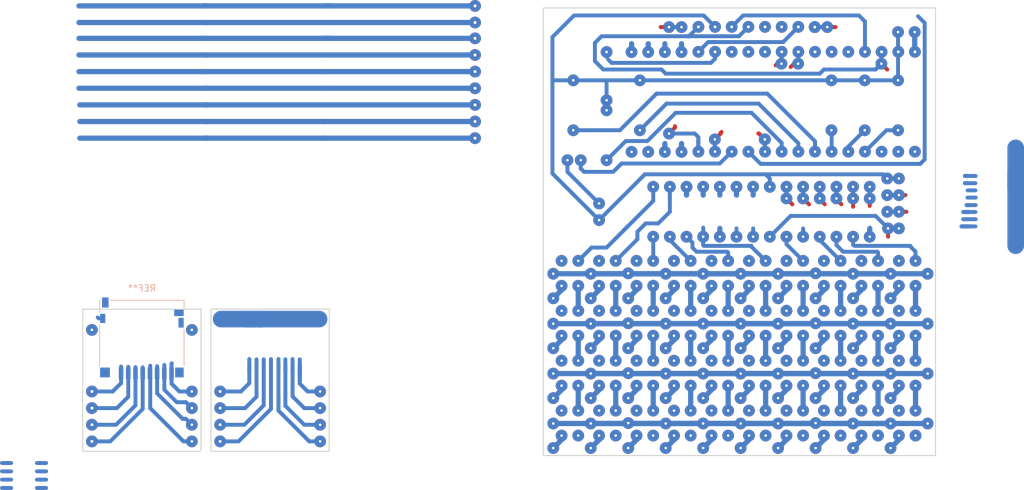
<source format=kicad_pcb>
(kicad_pcb (version 20171130) (host pcbnew "(5.0.1-3-g963ef8bb5)")

  (general
    (thickness 1.6)
    (drawings 12)
    (tracks 1118)
    (zones 0)
    (modules 1)
    (nets 1)
  )

  (page A4)
  (layers
    (0 F.Cu signal)
    (31 B.Cu signal)
    (32 B.Adhes user)
    (33 F.Adhes user)
    (34 B.Paste user)
    (35 F.Paste user)
    (36 B.SilkS user)
    (37 F.SilkS user)
    (38 B.Mask user)
    (39 F.Mask user)
    (40 Dwgs.User user)
    (41 Cmts.User user)
    (42 Eco1.User user)
    (43 Eco2.User user)
    (44 Edge.Cuts user)
    (45 Margin user)
    (46 B.CrtYd user)
    (47 F.CrtYd user)
    (48 B.Fab user)
    (49 F.Fab user)
  )

  (setup
    (last_trace_width 0.59944)
    (trace_clearance 0.2)
    (zone_clearance 0.508)
    (zone_45_only no)
    (trace_min 0.2)
    (segment_width 0.2)
    (edge_width 0.15)
    (via_size 1.8)
    (via_drill 0.4)
    (via_min_size 0.4)
    (via_min_drill 0.3)
    (uvia_size 0.3)
    (uvia_drill 0.1)
    (uvias_allowed no)
    (uvia_min_size 0.2)
    (uvia_min_drill 0.1)
    (pcb_text_width 0.3)
    (pcb_text_size 1.5 1.5)
    (mod_edge_width 0.15)
    (mod_text_size 1 1)
    (mod_text_width 0.15)
    (pad_size 1.524 1.524)
    (pad_drill 0.762)
    (pad_to_mask_clearance 0.051)
    (solder_mask_min_width 0.25)
    (aux_axis_origin 0 0)
    (visible_elements FFFFFF7F)
    (pcbplotparams
      (layerselection 0x010fc_ffffffff)
      (usegerberextensions false)
      (usegerberattributes false)
      (usegerberadvancedattributes false)
      (creategerberjobfile false)
      (excludeedgelayer true)
      (linewidth 0.150000)
      (plotframeref false)
      (viasonmask false)
      (mode 1)
      (useauxorigin false)
      (hpglpennumber 1)
      (hpglpenspeed 20)
      (hpglpendiameter 15.000000)
      (psnegative false)
      (psa4output false)
      (plotreference true)
      (plotvalue true)
      (plotinvisibletext false)
      (padsonsilk false)
      (subtractmaskfromsilk false)
      (outputformat 1)
      (mirror false)
      (drillshape 1)
      (scaleselection 1)
      (outputdirectory ""))
  )

  (net 0 "")

  (net_class Default "This is the default net class."
    (clearance 0.2)
    (trace_width 0.59944)
    (via_dia 1.8)
    (via_drill 0.4)
    (uvia_dia 0.3)
    (uvia_drill 0.1)
  )

  (net_class neti ""
    (clearance 0.2)
    (trace_width 0.59944)
    (via_dia 3)
    (via_drill 0.4)
    (uvia_dia 0.3)
    (uvia_drill 0.1)
  )

  (module Connector_Card:microSD_HC_Hirose_DM3D-SF (layer B.Cu) (tedit 5B82D16A) (tstamp 5DE970AC)
    (at 68.707 72.644 180)
    (descr "Micro SD, SMD, right-angle, push-pull (https://media.digikey.com/PDF/Data%20Sheets/Hirose%20PDFs/DM3D-SF.pdf)")
    (tags "Micro SD")
    (attr smd)
    (fp_text reference REF** (at -0.025 7.625 180) (layer B.SilkS)
      (effects (font (size 1 1) (thickness 0.15)) (justify mirror))
    )
    (fp_text value microSD_HC_Hirose_DM3D-SF (at -0.025 -6.975 180) (layer B.Fab)
      (effects (font (size 1 1) (thickness 0.15)) (justify mirror))
    )
    (fp_arc (start 5.475 -5.475) (end 5.475 -5.725) (angle -90) (layer B.Fab) (width 0.1))
    (fp_arc (start 4.725 -4.425) (end 4.725 -3.925) (angle -90) (layer B.Fab) (width 0.1))
    (fp_arc (start -5.525 -5.475) (end -5.275 -5.475) (angle -90) (layer B.Fab) (width 0.1))
    (fp_arc (start -4.775 -4.425) (end -5.275 -4.425) (angle -90) (layer B.Fab) (width 0.1))
    (fp_arc (start -5.025 -9.575) (end -5.025 -10.075) (angle -90) (layer B.Fab) (width 0.1))
    (fp_arc (start 4.975 -9.575) (end 5.475 -9.575) (angle -90) (layer B.Fab) (width 0.1))
    (fp_line (start 6.325 5.785) (end 6.435 5.785) (layer B.SilkS) (width 0.12))
    (fp_line (start 0.525 5.725) (end -1.975 5.725) (layer Dwgs.User) (width 0.1))
    (fp_line (start 6.375 -5.725) (end 6.375 5.725) (layer B.Fab) (width 0.1))
    (fp_line (start 3.575 -0.475) (end 3.575 1.525) (layer Dwgs.User) (width 0.1))
    (fp_line (start 3.075 -0.475) (end 3.575 0.975) (layer Dwgs.User) (width 0.1))
    (fp_line (start 2.575 -0.475) (end 3.275 1.525) (layer Dwgs.User) (width 0.1))
    (fp_line (start 2.075 -0.475) (end 2.775 1.525) (layer Dwgs.User) (width 0.1))
    (fp_line (start 1.575 -0.475) (end 2.275 1.525) (layer Dwgs.User) (width 0.1))
    (fp_line (start 1.075 -0.475) (end 1.775 1.525) (layer Dwgs.User) (width 0.1))
    (fp_line (start 0.575 -0.475) (end 1.275 1.525) (layer Dwgs.User) (width 0.1))
    (fp_line (start 0.075 -0.475) (end 0.775 1.525) (layer Dwgs.User) (width 0.1))
    (fp_line (start -0.425 -0.475) (end 0.275 1.525) (layer Dwgs.User) (width 0.1))
    (fp_line (start -0.925 -0.475) (end -0.225 1.525) (layer Dwgs.User) (width 0.1))
    (fp_line (start -1.425 -0.475) (end -0.725 1.525) (layer Dwgs.User) (width 0.1))
    (fp_line (start -1.925 -0.475) (end -1.225 1.525) (layer Dwgs.User) (width 0.1))
    (fp_line (start -2.425 -0.475) (end -1.725 1.525) (layer Dwgs.User) (width 0.1))
    (fp_line (start -2.925 -0.475) (end -2.225 1.525) (layer Dwgs.User) (width 0.1))
    (fp_line (start -3.425 -0.475) (end -2.725 1.525) (layer Dwgs.User) (width 0.1))
    (fp_line (start -4.425 -0.475) (end -3.725 1.525) (layer Dwgs.User) (width 0.1))
    (fp_line (start -6.375 -5.725) (end -6.375 5.725) (layer B.Fab) (width 0.1))
    (fp_line (start -4.925 -0.475) (end 3.575 -0.475) (layer Dwgs.User) (width 0.1))
    (fp_line (start 0.525 3.875) (end -1.975 3.875) (layer Dwgs.User) (width 0.1))
    (fp_line (start -4.925 1.525) (end 3.575 1.525) (layer Dwgs.User) (width 0.1))
    (fp_line (start -6.92 6.72) (end 6.88 6.72) (layer B.CrtYd) (width 0.05))
    (fp_line (start 6.88 6.72) (end 6.88 -6.28) (layer B.CrtYd) (width 0.05))
    (fp_line (start 6.88 -6.28) (end -6.92 -6.28) (layer B.CrtYd) (width 0.05))
    (fp_line (start -6.92 -6.28) (end -6.92 6.72) (layer B.CrtYd) (width 0.05))
    (fp_line (start -4.925 1.525) (end -4.925 -0.475) (layer Dwgs.User) (width 0.1))
    (fp_line (start -4.925 -0.475) (end -4.225 1.525) (layer Dwgs.User) (width 0.1))
    (fp_line (start -4.225 1.525) (end -3.725 1.525) (layer Dwgs.User) (width 0.1))
    (fp_line (start -3.925 -0.475) (end -3.225 1.525) (layer Dwgs.User) (width 0.1))
    (fp_line (start -3.225 1.525) (end -2.725 1.525) (layer Dwgs.User) (width 0.1))
    (fp_line (start -6.375 5.725) (end 6.375 5.725) (layer B.Fab) (width 0.1))
    (fp_line (start -1.975 5.725) (end -1.975 3.875) (layer Dwgs.User) (width 0.1))
    (fp_line (start 0.525 3.875) (end 0.525 5.725) (layer Dwgs.User) (width 0.1))
    (fp_line (start -1.925 3.875) (end -1.525 5.725) (layer Dwgs.User) (width 0.1))
    (fp_line (start -1.025 5.725) (end -1.525 3.875) (layer Dwgs.User) (width 0.1))
    (fp_line (start -1.025 3.875) (end -0.525 5.725) (layer Dwgs.User) (width 0.1))
    (fp_line (start -0.025 5.725) (end -0.525 3.875) (layer Dwgs.User) (width 0.1))
    (fp_line (start -0.025 3.875) (end 0.475 5.725) (layer Dwgs.User) (width 0.1))
    (fp_line (start -5.525 6.975) (end 4.175 6.975) (layer B.Fab) (width 0.1))
    (fp_line (start 4.175 5.725) (end 4.175 6.975) (layer B.Fab) (width 0.1))
    (fp_line (start -5.525 5.725) (end -5.525 6.975) (layer B.Fab) (width 0.1))
    (fp_line (start -4.775 -3.925) (end 4.725 -3.925) (layer B.Fab) (width 0.1))
    (fp_line (start -6.375 -5.725) (end -5.525 -5.725) (layer B.Fab) (width 0.1))
    (fp_line (start -5.275 -5.475) (end -5.275 -4.425) (layer B.Fab) (width 0.1))
    (fp_line (start 5.225 -5.475) (end 5.225 -4.425) (layer B.Fab) (width 0.1))
    (fp_line (start 5.475 -5.725) (end 6.375 -5.725) (layer B.Fab) (width 0.1))
    (fp_line (start -5.525 -5.725) (end -5.525 -9.575) (layer B.Fab) (width 0.1))
    (fp_line (start -5.025 -10.075) (end 4.975 -10.075) (layer B.Fab) (width 0.1))
    (fp_line (start 5.475 -9.575) (end 5.475 -5.725) (layer B.Fab) (width 0.1))
    (fp_line (start -6.435 4.625) (end -6.435 5.785) (layer B.SilkS) (width 0.12))
    (fp_line (start -6.435 5.785) (end 4.825 5.785) (layer B.SilkS) (width 0.12))
    (fp_line (start 6.435 5.785) (end 6.435 3.975) (layer B.SilkS) (width 0.12))
    (fp_line (start -6.435 1.375) (end -6.435 -4.225) (layer B.SilkS) (width 0.12))
    (fp_line (start 6.435 2.075) (end 6.435 -4.225) (layer B.SilkS) (width 0.12))
    (fp_text user KEEPOUT (at -0.725 4.8 180) (layer Cmts.User)
      (effects (font (size 0.4 0.4) (thickness 0.06)))
    )
    (fp_text user %R (at -0.025 -1.475 180) (layer B.Fab)
      (effects (font (size 1 1) (thickness 0.1)) (justify mirror))
    )
    (fp_text user KEEPOUT (at -0.275 0.525 180) (layer Cmts.User)
      (effects (font (size 1 1) (thickness 0.1)))
    )
    (pad 10 smd rect (at 5.575 5.45 180) (size 1 1.55) (layers B.Cu B.Paste B.Mask))
    (pad 11 smd rect (at 5.625 -5.225 180) (size 1.5 1.5) (layers B.Cu B.Paste B.Mask))
    (pad 1 smd rect (at 3.175 -5.35 180) (size 0.7 1.75) (layers B.Cu B.Paste B.Mask))
    (pad 2 smd rect (at 2.075 -5.35 180) (size 0.7 1.75) (layers B.Cu B.Paste B.Mask))
    (pad 3 smd rect (at 0.975 -5.35 180) (size 0.7 1.75) (layers B.Cu B.Paste B.Mask))
    (pad 4 smd rect (at -0.125 -5.35 180) (size 0.7 1.75) (layers B.Cu B.Paste B.Mask))
    (pad 5 smd rect (at -1.225 -5.35 180) (size 0.7 1.75) (layers B.Cu B.Paste B.Mask))
    (pad 6 smd rect (at -2.325 -5.35 180) (size 0.7 1.75) (layers B.Cu B.Paste B.Mask))
    (pad 7 smd rect (at -3.425 -5.35 180) (size 0.7 1.75) (layers B.Cu B.Paste B.Mask))
    (pad 11 smd rect (at 5.975 3.025 180) (size 0.8 1.4) (layers B.Cu B.Paste B.Mask))
    (pad 9 smd rect (at -5.65 3.875 180) (size 1.45 1) (layers B.Cu B.Paste B.Mask))
    (pad 11 smd rect (at -5.975 2.375 180) (size 0.8 1.5) (layers B.Cu B.Paste B.Mask))
    (pad 11 smd rect (at -5.725 -5.225 180) (size 1.3 1.5) (layers B.Cu B.Paste B.Mask))
    (pad 8 smd rect (at -4.525 -5.35 180) (size 0.7 1.75) (layers B.Cu B.Paste B.Mask))
    (model ${KISYS3DMOD}/Connector_Card.3dshapes/microSD_HC_Hirose_DM3D-SF.wrl
      (at (xyz 0 0 0))
      (scale (xyz 1 1 1))
      (rotate (xyz 0 0 0))
    )
  )

  (gr_line (start 129.921 90.551) (end 129.921 22.225) (layer Edge.Cuts) (width 0.15))
  (gr_line (start 189.738 90.551) (end 129.921 90.551) (layer Edge.Cuts) (width 0.15))
  (gr_line (start 189.738 22.225) (end 189.738 90.551) (layer Edge.Cuts) (width 0.15))
  (gr_line (start 130.048 22.225) (end 189.738 22.225) (layer Edge.Cuts) (width 0.15))
  (gr_line (start 79.248 68.199) (end 97.409 68.199) (layer Edge.Cuts) (width 0.15) (tstamp 5DE979D2))
  (gr_line (start 79.248 89.916) (end 97.155 89.916) (layer Edge.Cuts) (width 0.15) (tstamp 5DE979D1))
  (gr_line (start 79.248 68.199) (end 79.248 89.789) (layer Edge.Cuts) (width 0.15) (tstamp 5DE9797E))
  (gr_line (start 97.282 68.326) (end 97.282 89.916) (layer Edge.Cuts) (width 0.15) (tstamp 5DE9797D))
  (gr_line (start 59.69 68.199) (end 77.851 68.199) (layer Edge.Cuts) (width 0.15) (tstamp 5DE97775))
  (gr_line (start 59.69 89.916) (end 77.597 89.916) (layer Edge.Cuts) (width 0.15) (tstamp 5DE97775))
  (gr_line (start 59.69 68.199) (end 59.69 89.789) (layer Edge.Cuts) (width 0.15) (tstamp 5DE95758))
  (gr_line (start 77.724 68.199) (end 77.724 89.789) (layer Edge.Cuts) (width 0.15) (tstamp 5DE95757))

  (via (at 176.437583 28.920137) (size 1.2) (drill 0.4) (layers F.Cu B.Cu) (net 0) (tstamp 5E065D07))
  (via (at 186.597583 28.920137) (size 0.8) (drill 0.4) (layers F.Cu B.Cu) (net 0) (tstamp 5E065D08))
  (via (at 156.117583 44.160137) (size 1.8) (drill 0.4) (layers F.Cu B.Cu) (net 0) (tstamp 5E065D1A))
  (via (at 173.897583 44.160137) (size 1.8) (drill 0.4) (layers F.Cu B.Cu) (net 0) (tstamp 5E065D1B))
  (via (at 176.437583 44.160137) (size 1.8) (drill 0.4) (layers F.Cu B.Cu) (net 0) (tstamp 5E065D1C))
  (via (at 178.977583 44.160137) (size 1.8) (drill 0.4) (layers F.Cu B.Cu) (net 0) (tstamp 5E065D1D))
  (via (at 173.897583 28.920137) (size 0.8) (drill 0.4) (layers F.Cu B.Cu) (net 0) (tstamp 5E065D1E))
  (via (at 186.597583 28.920137) (size 1.8) (drill 0.4) (layers F.Cu B.Cu) (net 0) (tstamp 5E065D1F))
  (via (at 178.977583 28.920137) (size 0.8) (drill 0.4) (layers F.Cu B.Cu) (net 0) (tstamp 5E065D20))
  (via (at 181.517583 28.920137) (size 1.8) (drill 0.4) (layers F.Cu B.Cu) (net 0) (tstamp 5E065D21))
  (via (at 184.057583 28.920137) (size 1.8) (drill 0.4) (layers F.Cu B.Cu) (net 0) (tstamp 5E065D22))
  (via (at 176.437583 28.920137) (size 0.8) (drill 0.4) (layers F.Cu B.Cu) (net 0) (tstamp 5E065D23))
  (via (at 181.517583 28.920137) (size 0.8) (drill 0.4) (layers F.Cu B.Cu) (net 0) (tstamp 5E065D24))
  (via (at 186.597583 28.920137) (size 1.5) (drill 0.4) (layers F.Cu B.Cu) (net 0) (tstamp 5E065D25))
  (via (at 186.597583 28.920137) (size 0.8) (drill 0.4) (layers F.Cu B.Cu) (net 0) (tstamp 5E065D26))
  (via (at 184.057583 28.920137) (size 1.5) (drill 0.4) (layers F.Cu B.Cu) (net 0) (tstamp 5E065D27))
  (via (at 184.057583 28.920137) (size 0.8) (drill 0.4) (layers F.Cu B.Cu) (net 0) (tstamp 5E065D28))
  (via (at 176.437583 28.920137) (size 1.5) (drill 0.4) (layers F.Cu B.Cu) (net 0) (tstamp 5E065D29))
  (via (at 178.977583 28.920137) (size 0.8) (drill 0.4) (layers F.Cu B.Cu) (net 0) (tstamp 5E065D2A))
  (via (at 158.657583 28.920137) (size 0.8) (drill 0.4) (layers F.Cu B.Cu) (net 0) (tstamp 5E065D2B))
  (via (at 158.657583 28.920137) (size 1.8) (drill 0.4) (layers F.Cu B.Cu) (net 0) (tstamp 5E065D2C))
  (via (at 171.357583 28.920137) (size 1.8) (drill 0.4) (layers F.Cu B.Cu) (net 0) (tstamp 5E065D2D))
  (via (at 181.517583 28.920137) (size 0.8) (drill 0.4) (layers F.Cu B.Cu) (net 0) (tstamp 5E065D2E))
  (via (at 178.977583 28.920137) (size 1.5) (drill 0.4) (layers F.Cu B.Cu) (net 0) (tstamp 5E065D2F))
  (via (at 184.057583 28.920137) (size 0.8) (drill 0.4) (layers F.Cu B.Cu) (net 0) (tstamp 5E065D30))
  (via (at 181.517583 28.920137) (size 1.5) (drill 0.4) (layers F.Cu B.Cu) (net 0) (tstamp 5E065D31))
  (via (at 173.897583 28.920137) (size 1.5) (drill 0.4) (layers F.Cu B.Cu) (net 0) (tstamp 5E065D32))
  (via (at 173.897583 28.920137) (size 0.8) (drill 0.4) (layers F.Cu B.Cu) (net 0) (tstamp 5E065D33))
  (via (at 171.357583 28.920137) (size 1.5) (drill 0.4) (layers F.Cu B.Cu) (net 0) (tstamp 5E065D34))
  (via (at 171.357583 28.920137) (size 0.8) (drill 0.4) (layers F.Cu B.Cu) (net 0) (tstamp 5E065D35))
  (via (at 168.817583 28.920137) (size 1.5) (drill 0.4) (layers F.Cu B.Cu) (net 0) (tstamp 5E065D36))
  (via (at 168.817583 28.920137) (size 0.8) (drill 0.4) (layers F.Cu B.Cu) (net 0) (tstamp 5E065D37))
  (via (at 166.277583 28.920137) (size 1.5) (drill 0.4) (layers F.Cu B.Cu) (net 0) (tstamp 5E065D38))
  (via (at 166.277583 28.920137) (size 0.8) (drill 0.4) (layers F.Cu B.Cu) (net 0) (tstamp 5E065D39))
  (via (at 163.737583 28.920137) (size 1.5) (drill 0.4) (layers F.Cu B.Cu) (net 0) (tstamp 5E065D3A))
  (via (at 163.737583 28.920137) (size 0.8) (drill 0.4) (layers F.Cu B.Cu) (net 0) (tstamp 5E065D3B))
  (via (at 161.197583 28.920137) (size 1.5) (drill 0.4) (layers F.Cu B.Cu) (net 0) (tstamp 5E065D3C))
  (via (at 161.197583 28.920137) (size 0.8) (drill 0.4) (layers F.Cu B.Cu) (net 0) (tstamp 5E065D3D))
  (via (at 158.657583 28.920137) (size 1.5) (drill 0.4) (layers F.Cu B.Cu) (net 0) (tstamp 5E065D3E))
  (via (at 158.657583 28.920137) (size 0.8) (drill 0.4) (layers F.Cu B.Cu) (net 0) (tstamp 5E065D3F))
  (via (at 156.117583 28.920137) (size 1.5) (drill 0.4) (layers F.Cu B.Cu) (net 0) (tstamp 5E065D40))
  (via (at 158.657583 44.160137) (size 1.8) (drill 0.4) (layers F.Cu B.Cu) (net 0) (tstamp 5E065D41))
  (via (at 156.117583 28.920137) (size 0.8) (drill 0.4) (layers F.Cu B.Cu) (net 0) (tstamp 5E065D42))
  (via (at 163.737583 44.160137) (size 1.8) (drill 0.4) (layers F.Cu B.Cu) (net 0) (tstamp 5E065D43))
  (via (at 153.577583 28.920137) (size 1.5) (drill 0.4) (layers F.Cu B.Cu) (net 0) (tstamp 5E065D44))
  (via (at 153.577583 28.920137) (size 0.8) (drill 0.4) (layers F.Cu B.Cu) (net 0) (tstamp 5E065D45))
  (via (at 161.197583 44.160137) (size 1.8) (drill 0.4) (layers F.Cu B.Cu) (net 0) (tstamp 5E065D46))
  (via (at 153.577583 28.920137) (size 1.5) (drill 0.4) (layers F.Cu B.Cu) (net 0) (tstamp 5E065D47))
  (via (at 153.577583 28.920137) (size 0.8) (drill 0.4) (layers F.Cu B.Cu) (net 0) (tstamp 5E065D48))
  (via (at 153.577583 28.920137) (size 1.2) (drill 0.4) (layers F.Cu B.Cu) (net 0) (tstamp 5E065D49))
  (via (at 153.577583 28.920137) (size 0.8) (drill 0.4) (layers F.Cu B.Cu) (net 0) (tstamp 5E065D4A))
  (via (at 156.117583 28.920137) (size 1.2) (drill 0.4) (layers F.Cu B.Cu) (net 0) (tstamp 5E065D4B))
  (via (at 176.437583 28.920137) (size 1.8) (drill 0.4) (layers F.Cu B.Cu) (net 0) (tstamp 5E065D4C))
  (via (at 156.117583 28.920137) (size 0.8) (drill 0.4) (layers F.Cu B.Cu) (net 0) (tstamp 5E065D4D))
  (via (at 186.597583 44.160137) (size 1.8) (drill 0.4) (layers F.Cu B.Cu) (net 0) (tstamp 5E065D4F))
  (via (at 184.057583 44.160137) (size 1.8) (drill 0.4) (layers F.Cu B.Cu) (net 0) (tstamp 5E065D50))
  (via (at 181.517583 44.160137) (size 1.8) (drill 0.4) (layers F.Cu B.Cu) (net 0) (tstamp 5E065D51))
  (via (at 153.577583 28.920137) (size 1.8) (drill 0.4) (layers F.Cu B.Cu) (net 0) (tstamp 5E065D52))
  (via (at 153.577583 28.920137) (size 0.8) (drill 0.4) (layers F.Cu B.Cu) (net 0) (tstamp 5E065D53))
  (via (at 156.117583 28.920137) (size 1.8) (drill 0.4) (layers F.Cu B.Cu) (net 0) (tstamp 5E065D54))
  (via (at 156.117583 28.920137) (size 0.8) (drill 0.4) (layers F.Cu B.Cu) (net 0) (tstamp 5E065D55))
  (via (at 173.897583 28.920137) (size 1.8) (drill 0.4) (layers F.Cu B.Cu) (net 0) (tstamp 5E065D56))
  (via (at 166.277583 44.160137) (size 1.8) (drill 0.4) (layers F.Cu B.Cu) (net 0) (tstamp 5E065D57))
  (via (at 158.657583 28.920137) (size 1.2) (drill 0.4) (layers F.Cu B.Cu) (net 0) (tstamp 5E065D58))
  (via (at 158.657583 28.920137) (size 0.8) (drill 0.4) (layers F.Cu B.Cu) (net 0) (tstamp 5E065D59))
  (via (at 161.197583 28.920137) (size 1.2) (drill 0.4) (layers F.Cu B.Cu) (net 0) (tstamp 5E065D5A))
  (via (at 161.197583 28.920137) (size 0.8) (drill 0.4) (layers F.Cu B.Cu) (net 0) (tstamp 5E065D5B))
  (via (at 163.737583 28.920137) (size 1.2) (drill 0.4) (layers F.Cu B.Cu) (net 0) (tstamp 5E065D5C))
  (via (at 163.737583 28.920137) (size 0.8) (drill 0.4) (layers F.Cu B.Cu) (net 0) (tstamp 5E065D5D))
  (via (at 166.277583 28.920137) (size 1.2) (drill 0.4) (layers F.Cu B.Cu) (net 0) (tstamp 5E065D5E))
  (via (at 166.277583 28.920137) (size 0.8) (drill 0.4) (layers F.Cu B.Cu) (net 0) (tstamp 5E065D5F))
  (via (at 168.817583 28.920137) (size 1.2) (drill 0.4) (layers F.Cu B.Cu) (net 0) (tstamp 5E065D60))
  (via (at 168.817583 28.920137) (size 0.8) (drill 0.4) (layers F.Cu B.Cu) (net 0) (tstamp 5E065D61))
  (via (at 171.357583 28.920137) (size 1.2) (drill 0.4) (layers F.Cu B.Cu) (net 0) (tstamp 5E065D62))
  (via (at 171.357583 28.920137) (size 0.8) (drill 0.4) (layers F.Cu B.Cu) (net 0) (tstamp 5E065D63))
  (via (at 173.897583 28.920137) (size 1.2) (drill 0.4) (layers F.Cu B.Cu) (net 0) (tstamp 5E065D64))
  (via (at 173.897583 28.920137) (size 0.8) (drill 0.4) (layers F.Cu B.Cu) (net 0) (tstamp 5E065D65))
  (via (at 176.437583 28.920137) (size 0.8) (drill 0.4) (layers F.Cu B.Cu) (net 0) (tstamp 5E065D66))
  (via (at 184.057583 28.920137) (size 0.8) (drill 0.4) (layers F.Cu B.Cu) (net 0) (tstamp 5E065D67))
  (via (at 186.597583 28.920137) (size 1.2) (drill 0.4) (layers F.Cu B.Cu) (net 0) (tstamp 5E065D68))
  (via (at 176.437583 28.920137) (size 0.8) (drill 0.4) (layers F.Cu B.Cu) (net 0) (tstamp 5E065D69))
  (via (at 156.117583 28.920137) (size 0.8) (drill 0.4) (layers F.Cu B.Cu) (net 0) (tstamp 5E065D6A))
  (via (at 161.197583 28.920137) (size 1.8) (drill 0.4) (layers F.Cu B.Cu) (net 0) (tstamp 5E065D6B))
  (via (at 153.577583 44.160137) (size 1.8) (drill 0.4) (layers F.Cu B.Cu) (net 0) (tstamp 5E065D6C))
  (via (at 176.437583 28.920137) (size 0.8) (drill 0.4) (layers F.Cu B.Cu) (net 0) (tstamp 5E065D6D))
  (via (at 153.577583 28.920137) (size 0.8) (drill 0.4) (layers F.Cu B.Cu) (net 0) (tstamp 5E065D6E))
  (via (at 173.897583 28.920137) (size 0.8) (drill 0.4) (layers F.Cu B.Cu) (net 0) (tstamp 5E065D6F))
  (via (at 158.657583 28.920137) (size 0.8) (drill 0.4) (layers F.Cu B.Cu) (net 0) (tstamp 5E065D71))
  (via (at 176.437583 28.920137) (size 0.8) (drill 0.4) (layers F.Cu B.Cu) (net 0) (tstamp 5E065D72))
  (via (at 171.357583 28.920137) (size 0.8) (drill 0.4) (layers F.Cu B.Cu) (net 0) (tstamp 5E065D73))
  (via (at 168.817583 28.920137) (size 0.8) (drill 0.4) (layers F.Cu B.Cu) (net 0) (tstamp 5E065D74))
  (via (at 166.277583 28.920137) (size 0.8) (drill 0.4) (layers F.Cu B.Cu) (net 0) (tstamp 5E065D75))
  (via (at 163.737583 28.920137) (size 0.8) (drill 0.4) (layers F.Cu B.Cu) (net 0) (tstamp 5E065D76))
  (via (at 161.197583 28.920137) (size 0.8) (drill 0.4) (layers F.Cu B.Cu) (net 0) (tstamp 5E065D77))
  (via (at 171.357583 44.160137) (size 1.8) (drill 0.4) (layers F.Cu B.Cu) (net 0) (tstamp 5E065D78))
  (via (at 178.977583 28.920137) (size 0.8) (drill 0.4) (layers F.Cu B.Cu) (net 0) (tstamp 5E065D79))
  (via (at 168.817583 44.160137) (size 1.8) (drill 0.4) (layers F.Cu B.Cu) (net 0) (tstamp 5E065D7A))
  (via (at 181.517583 28.920137) (size 0.8) (drill 0.4) (layers F.Cu B.Cu) (net 0) (tstamp 5E065D7B))
  (via (at 186.597583 28.920137) (size 0.8) (drill 0.4) (layers F.Cu B.Cu) (net 0) (tstamp 5E065D7C))
  (via (at 153.577583 28.920137) (size 0.8) (drill 0.4) (layers F.Cu B.Cu) (net 0) (tstamp 5E065D7D))
  (via (at 153.577583 28.920137) (size 1.2) (drill 0.4) (layers F.Cu B.Cu) (net 0) (tstamp 5E065D7E))
  (via (at 176.437583 28.920137) (size 0.8) (drill 0.4) (layers F.Cu B.Cu) (net 0) (tstamp 5E065D7F))
  (via (at 178.977583 28.920137) (size 1.2) (drill 0.4) (layers F.Cu B.Cu) (net 0) (tstamp 5E065D80))
  (via (at 178.977583 28.920137) (size 0.8) (drill 0.4) (layers F.Cu B.Cu) (net 0) (tstamp 5E065D81))
  (via (at 181.517583 28.920137) (size 1.2) (drill 0.4) (layers F.Cu B.Cu) (net 0) (tstamp 5E065D82))
  (via (at 181.517583 28.920137) (size 0.8) (drill 0.4) (layers F.Cu B.Cu) (net 0) (tstamp 5E065D83))
  (via (at 184.057583 28.920137) (size 1.2) (drill 0.4) (layers F.Cu B.Cu) (net 0) (tstamp 5E065D84))
  (via (at 168.817583 28.920137) (size 0.8) (drill 0.4) (layers F.Cu B.Cu) (net 0) (tstamp 5E065D85))
  (via (at 171.357583 28.920137) (size 0.8) (drill 0.4) (layers F.Cu B.Cu) (net 0) (tstamp 5E065D86))
  (via (at 178.977583 28.920137) (size 1.8) (drill 0.4) (layers F.Cu B.Cu) (net 0) (tstamp 5E065D87))
  (via (at 161.197583 28.920137) (size 0.8) (drill 0.4) (layers F.Cu B.Cu) (net 0) (tstamp 5E065D88))
  (via (at 163.737583 28.920137) (size 1.8) (drill 0.4) (layers F.Cu B.Cu) (net 0) (tstamp 5E065D89))
  (via (at 184.057583 28.920137) (size 0.8) (drill 0.4) (layers F.Cu B.Cu) (net 0) (tstamp 5E065D8A))
  (via (at 163.737583 28.920137) (size 0.8) (drill 0.4) (layers F.Cu B.Cu) (net 0) (tstamp 5E065D8B))
  (via (at 186.597583 28.920137) (size 0.8) (drill 0.4) (layers F.Cu B.Cu) (net 0) (tstamp 5E065D8C))
  (via (at 166.277583 28.920137) (size 1.8) (drill 0.4) (layers F.Cu B.Cu) (net 0) (tstamp 5E065D8D))
  (via (at 166.277583 28.920137) (size 0.8) (drill 0.4) (layers F.Cu B.Cu) (net 0) (tstamp 5E065D8E))
  (via (at 168.817583 28.920137) (size 1.8) (drill 0.4) (layers F.Cu B.Cu) (net 0) (tstamp 5E065D8F))
  (via (at 153.577583 25.110137) (size 1.8) (drill 0.4) (layers F.Cu B.Cu) (net 0) (tstamp 5E065F9A))
  (via (at 158.657583 25.110137) (size 1.8) (drill 0.4) (layers F.Cu B.Cu) (net 0) (tstamp 5E065F9B))
  (via (at 158.657583 25.110137) (size 0.8) (drill 0.4) (layers F.Cu B.Cu) (net 0) (tstamp 5E065F9C))
  (via (at 153.577583 25.110137) (size 1.2) (drill 0.4) (layers F.Cu B.Cu) (net 0) (tstamp 5E065F9D))
  (via (at 153.577583 25.110137) (size 1.5) (drill 0.4) (layers F.Cu B.Cu) (net 0) (tstamp 5E065F9E))
  (via (at 153.577583 25.110137) (size 0.8) (drill 0.4) (layers F.Cu B.Cu) (net 0) (tstamp 5E065F9F))
  (via (at 153.577583 25.110137) (size 0.8) (drill 0.4) (layers F.Cu B.Cu) (net 0) (tstamp 5E065FA0))
  (via (at 156.117583 25.110137) (size 0.8) (drill 0.4) (layers F.Cu B.Cu) (net 0) (tstamp 5E065FA1))
  (via (at 168.817583 25.110137) (size 0.8) (drill 0.4) (layers F.Cu B.Cu) (net 0) (tstamp 5E065FA2))
  (via (at 153.577583 25.110137) (size 0.8) (drill 0.4) (layers F.Cu B.Cu) (net 0) (tstamp 5E065FA3))
  (via (at 156.117583 25.110137) (size 1.2) (drill 0.4) (layers F.Cu B.Cu) (net 0) (tstamp 5E065FA4))
  (via (at 156.117583 25.110137) (size 0.8) (drill 0.4) (layers F.Cu B.Cu) (net 0) (tstamp 5E065FA5))
  (via (at 156.117583 25.110137) (size 1.5) (drill 0.4) (layers F.Cu B.Cu) (net 0) (tstamp 5E065FA6))
  (via (at 153.577583 25.110137) (size 0.8) (drill 0.4) (layers F.Cu B.Cu) (net 0) (tstamp 5E065FA7))
  (via (at 158.657583 25.110137) (size 0.8) (drill 0.4) (layers F.Cu B.Cu) (net 0) (tstamp 5E065FA8))
  (via (at 158.657583 25.110137) (size 1.5) (drill 0.4) (layers F.Cu B.Cu) (net 0) (tstamp 5E065FA9))
  (via (at 163.737583 25.110137) (size 1.5) (drill 0.4) (layers F.Cu B.Cu) (net 0) (tstamp 5E065FAA))
  (via (at 166.277583 25.110137) (size 0.8) (drill 0.4) (layers F.Cu B.Cu) (net 0) (tstamp 5E065FAB))
  (via (at 158.657583 25.110137) (size 1.2) (drill 0.4) (layers F.Cu B.Cu) (net 0) (tstamp 5E065FAC))
  (via (at 163.737583 25.110137) (size 1.2) (drill 0.4) (layers F.Cu B.Cu) (net 0) (tstamp 5E065FAD))
  (via (at 163.737583 25.110137) (size 0.8) (drill 0.4) (layers F.Cu B.Cu) (net 0) (tstamp 5E065FAE))
  (via (at 166.277583 25.110137) (size 1.2) (drill 0.4) (layers F.Cu B.Cu) (net 0) (tstamp 5E065FAF))
  (via (at 156.117583 25.110137) (size 0.8) (drill 0.4) (layers F.Cu B.Cu) (net 0) (tstamp 5E065FB0))
  (via (at 153.577583 25.110137) (size 0.8) (drill 0.4) (layers F.Cu B.Cu) (net 0) (tstamp 5E065FB1))
  (via (at 168.817583 25.110137) (size 0.8) (drill 0.4) (layers F.Cu B.Cu) (net 0) (tstamp 5E065FB2))
  (via (at 166.277583 25.110137) (size 0.8) (drill 0.4) (layers F.Cu B.Cu) (net 0) (tstamp 5E065FB3))
  (via (at 163.737583 25.110137) (size 0.8) (drill 0.4) (layers F.Cu B.Cu) (net 0) (tstamp 5E065FB4))
  (via (at 161.197583 25.110137) (size 0.8) (drill 0.4) (layers F.Cu B.Cu) (net 0) (tstamp 5E065FB5))
  (via (at 166.277583 25.110137) (size 1.8) (drill 0.4) (layers F.Cu B.Cu) (net 0) (tstamp 5E065FB6))
  (via (at 166.277583 25.110137) (size 0.8) (drill 0.4) (layers F.Cu B.Cu) (net 0) (tstamp 5E065FB7))
  (via (at 163.737583 25.110137) (size 0.8) (drill 0.4) (layers F.Cu B.Cu) (net 0) (tstamp 5E065FB8))
  (via (at 168.817583 25.110137) (size 0.8) (drill 0.4) (layers F.Cu B.Cu) (net 0) (tstamp 5E065FB9))
  (via (at 163.737583 25.110137) (size 1.8) (drill 0.4) (layers F.Cu B.Cu) (net 0) (tstamp 5E065FBA))
  (via (at 153.577583 25.110137) (size 1.2) (drill 0.4) (layers F.Cu B.Cu) (net 0) (tstamp 5E065FBB))
  (via (at 153.577583 25.110137) (size 0.8) (drill 0.4) (layers F.Cu B.Cu) (net 0) (tstamp 5E065FBC))
  (via (at 161.197583 25.110137) (size 0.8) (drill 0.4) (layers F.Cu B.Cu) (net 0) (tstamp 5E065FBD))
  (via (at 158.657583 25.110137) (size 0.8) (drill 0.4) (layers F.Cu B.Cu) (net 0) (tstamp 5E065FBE))
  (via (at 161.197583 25.110137) (size 1.8) (drill 0.4) (layers F.Cu B.Cu) (net 0) (tstamp 5E065FBF))
  (via (at 168.817583 25.110137) (size 1.2) (drill 0.4) (layers F.Cu B.Cu) (net 0) (tstamp 5E065FC0))
  (via (at 168.817583 25.110137) (size 0.8) (drill 0.4) (layers F.Cu B.Cu) (net 0) (tstamp 5E065FC1))
  (via (at 161.197583 25.110137) (size 1.2) (drill 0.4) (layers F.Cu B.Cu) (net 0) (tstamp 5E065FC2))
  (via (at 161.197583 25.110137) (size 0.8) (drill 0.4) (layers F.Cu B.Cu) (net 0) (tstamp 5E065FC3))
  (via (at 166.277583 25.110137) (size 0.8) (drill 0.4) (layers F.Cu B.Cu) (net 0) (tstamp 5E065FC4))
  (via (at 156.117583 25.110137) (size 1.8) (drill 0.4) (layers F.Cu B.Cu) (net 0) (tstamp 5E065FC5))
  (via (at 156.117583 25.110137) (size 0.8) (drill 0.4) (layers F.Cu B.Cu) (net 0) (tstamp 5E065FC6))
  (via (at 158.657583 25.110137) (size 0.8) (drill 0.4) (layers F.Cu B.Cu) (net 0) (tstamp 5E065FC7))
  (via (at 161.197583 25.110137) (size 1.5) (drill 0.4) (layers F.Cu B.Cu) (net 0) (tstamp 5E065FC8))
  (via (at 163.737583 25.110137) (size 0.8) (drill 0.4) (layers F.Cu B.Cu) (net 0) (tstamp 5E065FC9))
  (via (at 166.277583 25.110137) (size 1.5) (drill 0.4) (layers F.Cu B.Cu) (net 0) (tstamp 5E065FCA))
  (via (at 153.577583 25.110137) (size 1.5) (drill 0.4) (layers F.Cu B.Cu) (net 0) (tstamp 5E065FCB))
  (via (at 161.197583 25.110137) (size 0.8) (drill 0.4) (layers F.Cu B.Cu) (net 0) (tstamp 5E065FCC))
  (via (at 168.817583 25.110137) (size 0.8) (drill 0.4) (layers F.Cu B.Cu) (net 0) (tstamp 5E0661A3))
  (via (at 168.817583 25.110137) (size 1.8) (drill 0.4) (layers F.Cu B.Cu) (net 0))
  (via (at 184.023 33.274) (size 1.8) (drill 0.4) (layers F.Cu B.Cu) (net 0))
  (via (at 184.023 40.894) (size 1.8) (drill 0.4) (layers F.Cu B.Cu) (net 0))
  (via (at 178.943 40.894) (size 1.8) (drill 0.4) (layers F.Cu B.Cu) (net 0))
  (via (at 173.863 40.894) (size 1.8) (drill 0.4) (layers F.Cu B.Cu) (net 0))
  (via (at 178.943 33.274) (size 1.8) (drill 0.4) (layers F.Cu B.Cu) (net 0))
  (via (at 173.863 33.274) (size 1.8) (drill 0.4) (layers F.Cu B.Cu) (net 0))
  (segment (start 184.057583 33.239417) (end 184.023 33.274) (width 1) (layer B.Cu) (net 0))
  (segment (start 144.687583 33.239417) (end 144.653 33.274) (width 1) (layer B.Cu) (net 0) (tstamp 5E0772AE))
  (via (at 144.653 33.274) (size 1.8) (drill 0.4) (layers F.Cu B.Cu) (net 0) (tstamp 5E0772B0))
  (segment (start 134.527583 33.112417) (end 134.493 33.147) (width 1) (layer B.Cu) (net 0) (tstamp 5E0772AE))
  (via (at 134.493 33.274) (size 1.8) (drill 0.4) (layers F.Cu B.Cu) (net 0) (tstamp 5E0772B0))
  (via (at 134.493 40.894) (size 1.8) (drill 0.4) (layers F.Cu B.Cu) (net 0) (tstamp 5E0772B1))
  (via (at 144.653 40.894) (size 1.8) (drill 0.4) (layers F.Cu B.Cu) (net 0) (tstamp 5E0772B1))
  (via (at 139.573 28.956) (size 1.8) (drill 0.4) (layers F.Cu B.Cu) (net 0) (tstamp 5E07763C))
  (via (at 139.573 36.322) (size 1.8) (drill 0.4) (layers F.Cu B.Cu) (net 0) (tstamp 5E07763D))
  (segment (start 139.607583 37.811417) (end 139.573 37.846) (width 1) (layer B.Cu) (net 0) (tstamp 5E07763B))
  (via (at 139.573 37.846) (size 1.8) (drill 0.4) (layers F.Cu B.Cu) (net 0) (tstamp 5E07763C))
  (via (at 139.573 45.466) (size 1.8) (drill 0.4) (layers F.Cu B.Cu) (net 0) (tstamp 5E07763D))
  (segment (start 134.62 33.274) (end 134.493 33.147) (width 1) (layer B.Cu) (net 0))
  (segment (start 184.023 25.908) (end 184.023 25.908) (width 0.8) (layer B.Cu) (net 0))
  (segment (start 139.573 29.083) (end 139.573 29.591) (width 0.8) (layer B.Cu) (net 0))
  (via (at 184.023 25.908) (size 1.8) (drill 0.4) (layers F.Cu B.Cu) (net 0))
  (via (at 186.563 25.908) (size 1.8) (drill 0.4) (layers F.Cu B.Cu) (net 0))
  (segment (start 186.563 28.885554) (end 186.597583 28.920137) (width 0.8) (layer B.Cu) (net 0))
  (segment (start 186.563 25.908) (end 186.563 28.885554) (width 0.8) (layer B.Cu) (net 0))
  (via (at 119.519183 42.104625) (size 1.8) (drill 0.4) (layers F.Cu B.Cu) (net 0) (tstamp 5E0A4FCC))
  (via (at 119.519183 37.024625) (size 1.8) (drill 0.4) (layers F.Cu B.Cu) (net 0) (tstamp 5E0A4FCD))
  (via (at 119.519183 37.024625) (size 0.8) (drill 0.4) (layers F.Cu B.Cu) (net 0) (tstamp 5E0A4FCE))
  (via (at 119.519183 42.104625) (size 1.2) (drill 0.4) (layers F.Cu B.Cu) (net 0) (tstamp 5E0A4FCF))
  (via (at 119.519183 42.104625) (size 1.5) (drill 0.4) (layers F.Cu B.Cu) (net 0) (tstamp 5E0A4FD0))
  (via (at 119.519183 42.104625) (size 0.8) (drill 0.4) (layers F.Cu B.Cu) (net 0) (tstamp 5E0A4FD1))
  (via (at 119.519183 42.104625) (size 0.8) (drill 0.4) (layers F.Cu B.Cu) (net 0) (tstamp 5E0A4FD2))
  (via (at 119.519183 39.564625) (size 0.8) (drill 0.4) (layers F.Cu B.Cu) (net 0) (tstamp 5E0A4FD3))
  (via (at 119.519183 26.864625) (size 0.8) (drill 0.4) (layers F.Cu B.Cu) (net 0) (tstamp 5E0A4FD4))
  (via (at 119.519183 42.104625) (size 0.8) (drill 0.4) (layers F.Cu B.Cu) (net 0) (tstamp 5E0A4FD5))
  (via (at 119.519183 39.564625) (size 1.2) (drill 0.4) (layers F.Cu B.Cu) (net 0) (tstamp 5E0A4FD6))
  (via (at 119.519183 39.564625) (size 0.8) (drill 0.4) (layers F.Cu B.Cu) (net 0) (tstamp 5E0A4FD7))
  (via (at 119.519183 39.564625) (size 1.5) (drill 0.4) (layers F.Cu B.Cu) (net 0) (tstamp 5E0A4FD8))
  (via (at 119.519183 42.104625) (size 0.8) (drill 0.4) (layers F.Cu B.Cu) (net 0) (tstamp 5E0A4FD9))
  (via (at 119.519183 37.024625) (size 0.8) (drill 0.4) (layers F.Cu B.Cu) (net 0) (tstamp 5E0A4FDA))
  (via (at 119.519183 37.024625) (size 1.5) (drill 0.4) (layers F.Cu B.Cu) (net 0) (tstamp 5E0A4FDB))
  (via (at 119.519183 31.944625) (size 1.5) (drill 0.4) (layers F.Cu B.Cu) (net 0) (tstamp 5E0A4FDC))
  (via (at 119.519183 29.404625) (size 0.8) (drill 0.4) (layers F.Cu B.Cu) (net 0) (tstamp 5E0A4FDD))
  (via (at 119.519183 37.024625) (size 1.2) (drill 0.4) (layers F.Cu B.Cu) (net 0) (tstamp 5E0A4FDE))
  (via (at 119.519183 31.944625) (size 1.2) (drill 0.4) (layers F.Cu B.Cu) (net 0) (tstamp 5E0A4FDF))
  (via (at 119.519183 31.944625) (size 0.8) (drill 0.4) (layers F.Cu B.Cu) (net 0) (tstamp 5E0A4FE0))
  (via (at 119.519183 29.404625) (size 1.2) (drill 0.4) (layers F.Cu B.Cu) (net 0) (tstamp 5E0A4FE1))
  (via (at 119.519183 39.564625) (size 0.8) (drill 0.4) (layers F.Cu B.Cu) (net 0) (tstamp 5E0A4FE2))
  (via (at 119.519183 42.104625) (size 0.8) (drill 0.4) (layers F.Cu B.Cu) (net 0) (tstamp 5E0A4FE3))
  (via (at 119.519183 26.864625) (size 0.8) (drill 0.4) (layers F.Cu B.Cu) (net 0) (tstamp 5E0A4FE4))
  (via (at 119.519183 29.404625) (size 0.8) (drill 0.4) (layers F.Cu B.Cu) (net 0) (tstamp 5E0A4FE5))
  (via (at 119.519183 31.944625) (size 0.8) (drill 0.4) (layers F.Cu B.Cu) (net 0) (tstamp 5E0A4FE6))
  (via (at 119.519183 34.484625) (size 0.8) (drill 0.4) (layers F.Cu B.Cu) (net 0) (tstamp 5E0A4FE7))
  (via (at 119.519183 29.404625) (size 1.8) (drill 0.4) (layers F.Cu B.Cu) (net 0) (tstamp 5E0A4FE8))
  (via (at 119.519183 29.404625) (size 0.8) (drill 0.4) (layers F.Cu B.Cu) (net 0) (tstamp 5E0A4FE9))
  (via (at 119.519183 31.944625) (size 0.8) (drill 0.4) (layers F.Cu B.Cu) (net 0) (tstamp 5E0A4FEA))
  (via (at 119.519183 26.864625) (size 0.8) (drill 0.4) (layers F.Cu B.Cu) (net 0) (tstamp 5E0A4FEB))
  (via (at 119.519183 31.944625) (size 1.8) (drill 0.4) (layers F.Cu B.Cu) (net 0) (tstamp 5E0A4FEC))
  (via (at 119.519183 42.104625) (size 1.2) (drill 0.4) (layers F.Cu B.Cu) (net 0) (tstamp 5E0A4FED))
  (via (at 119.519183 42.104625) (size 0.8) (drill 0.4) (layers F.Cu B.Cu) (net 0) (tstamp 5E0A4FEE))
  (via (at 119.519183 34.484625) (size 0.8) (drill 0.4) (layers F.Cu B.Cu) (net 0) (tstamp 5E0A4FEF))
  (via (at 119.519183 37.024625) (size 0.8) (drill 0.4) (layers F.Cu B.Cu) (net 0) (tstamp 5E0A4FF0))
  (via (at 119.519183 34.484625) (size 1.8) (drill 0.4) (layers F.Cu B.Cu) (net 0) (tstamp 5E0A4FF1))
  (via (at 119.519183 26.864625) (size 1.2) (drill 0.4) (layers F.Cu B.Cu) (net 0) (tstamp 5E0A4FF2))
  (via (at 119.519183 26.864625) (size 0.8) (drill 0.4) (layers F.Cu B.Cu) (net 0) (tstamp 5E0A4FF3))
  (via (at 119.519183 34.484625) (size 1.2) (drill 0.4) (layers F.Cu B.Cu) (net 0) (tstamp 5E0A4FF4))
  (via (at 119.519183 34.484625) (size 0.8) (drill 0.4) (layers F.Cu B.Cu) (net 0) (tstamp 5E0A4FF5))
  (via (at 119.519183 29.404625) (size 0.8) (drill 0.4) (layers F.Cu B.Cu) (net 0) (tstamp 5E0A4FF6))
  (via (at 119.519183 39.564625) (size 1.8) (drill 0.4) (layers F.Cu B.Cu) (net 0) (tstamp 5E0A4FF7))
  (via (at 119.519183 39.564625) (size 0.8) (drill 0.4) (layers F.Cu B.Cu) (net 0) (tstamp 5E0A4FF8))
  (via (at 119.519183 37.024625) (size 0.8) (drill 0.4) (layers F.Cu B.Cu) (net 0) (tstamp 5E0A4FF9))
  (via (at 119.519183 34.484625) (size 1.5) (drill 0.4) (layers F.Cu B.Cu) (net 0) (tstamp 5E0A4FFA))
  (via (at 119.519183 31.944625) (size 0.8) (drill 0.4) (layers F.Cu B.Cu) (net 0) (tstamp 5E0A4FFB))
  (via (at 119.519183 29.404625) (size 1.5) (drill 0.4) (layers F.Cu B.Cu) (net 0) (tstamp 5E0A4FFC))
  (via (at 119.519183 42.104625) (size 1.5) (drill 0.4) (layers F.Cu B.Cu) (net 0) (tstamp 5E0A4FFD))
  (via (at 119.519183 34.484625) (size 0.8) (drill 0.4) (layers F.Cu B.Cu) (net 0) (tstamp 5E0A4FFE))
  (via (at 119.519183 26.864625) (size 0.8) (drill 0.4) (layers F.Cu B.Cu) (net 0) (tstamp 5E0A4FFF))
  (via (at 119.519183 26.864625) (size 1.8) (drill 0.4) (layers F.Cu B.Cu) (net 0) (tstamp 5E0A5000))
  (segment (start 97.253711 29.404625) (end 119.519183 29.404625) (width 0.8) (layer B.Cu) (net 0))
  (segment (start 96.405183 31.944625) (end 119.519183 31.944625) (width 0.8) (layer B.Cu) (net 0))
  (segment (start 96.405183 34.484625) (end 119.519183 34.484625) (width 0.8) (layer B.Cu) (net 0))
  (segment (start 96.405183 37.024625) (end 119.519183 37.024625) (width 0.8) (layer B.Cu) (net 0))
  (segment (start 96.405183 39.564625) (end 119.519183 39.564625) (width 0.8) (layer B.Cu) (net 0))
  (segment (start 96.405183 42.104625) (end 119.519183 42.104625) (width 0.8) (layer B.Cu) (net 0))
  (segment (start 97.536 26.864625) (end 78.037375 26.864625) (width 0.8) (layer B.Cu) (net 0))
  (segment (start 96.405183 26.864625) (end 97.536 26.864625) (width 0.8) (layer B.Cu) (net 0))
  (segment (start 97.536 26.864625) (end 119.519183 26.864625) (width 0.8) (layer B.Cu) (net 0))
  (segment (start 97.253711 29.404625) (end 78.172625 29.404625) (width 0.8) (layer B.Cu) (net 0))
  (segment (start 96.405183 31.944625) (end 78.164375 31.944625) (width 0.8) (layer B.Cu) (net 0))
  (segment (start 96.405183 34.484625) (end 78.299625 34.484625) (width 0.8) (layer B.Cu) (net 0))
  (segment (start 96.405183 37.024625) (end 78.299625 37.024625) (width 0.8) (layer B.Cu) (net 0))
  (segment (start 96.405183 39.564625) (end 78.164375 39.564625) (width 0.8) (layer B.Cu) (net 0))
  (segment (start 96.405183 42.104625) (end 78.291375 42.104625) (width 0.8) (layer B.Cu) (net 0))
  (segment (start 144.145 65.278) (end 142.875 66.548) (width 0.8) (layer B.Cu) (net 0) (tstamp 5E46888F))
  (segment (start 144.145 64.643) (end 144.145 65.278) (width 0.8) (layer B.Cu) (net 0) (tstamp 5E468890))
  (via (at 144.145 60.833) (size 1.8) (drill 0.4) (layers F.Cu B.Cu) (net 0) (tstamp 5E468891))
  (via (at 146.685 60.833) (size 1.8) (drill 0.4) (layers F.Cu B.Cu) (net 0) (tstamp 5E468892))
  (via (at 146.685 64.643) (size 1.8) (drill 0.4) (layers F.Cu B.Cu) (net 0) (tstamp 5E468893))
  (via (at 144.145 64.643) (size 1.8) (drill 0.4) (layers F.Cu B.Cu) (net 0) (tstamp 5E468894))
  (via (at 142.875 66.548) (size 1.8) (drill 0.4) (layers F.Cu B.Cu) (net 0) (tstamp 5E468895))
  (via (at 142.875 62.738) (size 1.8) (drill 0.4) (layers F.Cu B.Cu) (net 0) (tstamp 5E468896))
  (segment (start 149.86 65.278) (end 148.59 66.548) (width 0.8) (layer B.Cu) (net 0) (tstamp 5E46888F))
  (segment (start 149.86 64.643) (end 149.86 65.278) (width 0.8) (layer B.Cu) (net 0) (tstamp 5E468890))
  (via (at 149.86 60.833) (size 1.8) (drill 0.4) (layers F.Cu B.Cu) (net 0) (tstamp 5E468891))
  (via (at 152.4 60.833) (size 1.8) (drill 0.4) (layers F.Cu B.Cu) (net 0) (tstamp 5E468892))
  (via (at 152.4 64.643) (size 1.8) (drill 0.4) (layers F.Cu B.Cu) (net 0) (tstamp 5E468893))
  (via (at 149.86 64.643) (size 1.8) (drill 0.4) (layers F.Cu B.Cu) (net 0) (tstamp 5E468894))
  (via (at 148.59 66.548) (size 1.8) (drill 0.4) (layers F.Cu B.Cu) (net 0) (tstamp 5E468895))
  (via (at 148.59 62.8015) (size 1.8) (drill 0.4) (layers F.Cu B.Cu) (net 0) (tstamp 5E468896))
  (segment (start 138.43 65.278) (end 137.16 66.548) (width 0.8) (layer B.Cu) (net 0) (tstamp 5E46888F))
  (segment (start 138.43 64.643) (end 138.43 65.278) (width 0.8) (layer B.Cu) (net 0) (tstamp 5E468890))
  (via (at 138.43 60.833) (size 1.8) (drill 0.4) (layers F.Cu B.Cu) (net 0) (tstamp 5E468891))
  (via (at 140.97 60.833) (size 1.8) (drill 0.4) (layers F.Cu B.Cu) (net 0) (tstamp 5E468892))
  (via (at 140.97 64.643) (size 1.8) (drill 0.4) (layers F.Cu B.Cu) (net 0) (tstamp 5E468893))
  (via (at 138.43 64.643) (size 1.8) (drill 0.4) (layers F.Cu B.Cu) (net 0) (tstamp 5E468894))
  (via (at 137.16 66.548) (size 1.8) (drill 0.4) (layers F.Cu B.Cu) (net 0) (tstamp 5E468895))
  (via (at 137.16 62.8015) (size 1.8) (drill 0.4) (layers F.Cu B.Cu) (net 0) (tstamp 5E468896))
  (segment (start 132.715 65.278) (end 131.445 66.548) (width 0.8) (layer B.Cu) (net 0) (tstamp 5E46888F))
  (segment (start 132.715 64.643) (end 132.715 65.278) (width 0.8) (layer B.Cu) (net 0) (tstamp 5E468890))
  (via (at 135.255 60.833) (size 1.8) (drill 0.4) (layers F.Cu B.Cu) (net 0) (tstamp 5E468892))
  (via (at 135.255 64.643) (size 1.8) (drill 0.4) (layers F.Cu B.Cu) (net 0) (tstamp 5E468893))
  (via (at 132.715 64.643) (size 1.8) (drill 0.4) (layers F.Cu B.Cu) (net 0) (tstamp 5E468894))
  (via (at 131.445 66.548) (size 1.8) (drill 0.4) (layers F.Cu B.Cu) (net 0) (tstamp 5E468895))
  (via (at 131.445 62.8015) (size 1.8) (drill 0.4) (layers F.Cu B.Cu) (net 0) (tstamp 5E468896))
  (segment (start 161.29 65.278) (end 160.02 66.548) (width 0.8) (layer B.Cu) (net 0) (tstamp 5E468A2D))
  (via (at 163.83 60.833) (size 1.8) (drill 0.4) (layers F.Cu B.Cu) (net 0) (tstamp 5E468A2E))
  (via (at 160.02 62.8015) (size 1.8) (drill 0.4) (layers F.Cu B.Cu) (net 0) (tstamp 5E468A2F))
  (via (at 163.83 64.643) (size 1.8) (drill 0.4) (layers F.Cu B.Cu) (net 0) (tstamp 5E468A30))
  (via (at 161.29 60.833) (size 1.8) (drill 0.4) (layers F.Cu B.Cu) (net 0) (tstamp 5E468A31))
  (via (at 161.29 64.643) (size 1.8) (drill 0.4) (layers F.Cu B.Cu) (net 0) (tstamp 5E468A32))
  (segment (start 161.29 64.643) (end 161.29 65.278) (width 0.8) (layer B.Cu) (net 0) (tstamp 5E468A33))
  (via (at 160.02 66.548) (size 1.8) (drill 0.4) (layers F.Cu B.Cu) (net 0) (tstamp 5E468A34))
  (via (at 154.305 66.548) (size 1.8) (drill 0.4) (layers F.Cu B.Cu) (net 0) (tstamp 5E468A35))
  (via (at 155.575 60.833) (size 1.8) (drill 0.4) (layers F.Cu B.Cu) (net 0) (tstamp 5E468A36))
  (via (at 154.305 62.8015) (size 1.8) (drill 0.4) (layers F.Cu B.Cu) (net 0) (tstamp 5E468A37))
  (via (at 158.115 60.833) (size 1.8) (drill 0.4) (layers F.Cu B.Cu) (net 0) (tstamp 5E468A38))
  (segment (start 155.575 64.643) (end 155.575 65.278) (width 0.8) (layer B.Cu) (net 0) (tstamp 5E468A39))
  (segment (start 155.575 65.278) (end 154.305 66.548) (width 0.8) (layer B.Cu) (net 0) (tstamp 5E468A3A))
  (via (at 155.575 64.643) (size 1.8) (drill 0.4) (layers F.Cu B.Cu) (net 0) (tstamp 5E468A3B))
  (via (at 158.115 64.643) (size 1.8) (drill 0.4) (layers F.Cu B.Cu) (net 0) (tstamp 5E468A3C))
  (segment (start 172.72 64.643) (end 172.72 65.278) (width 0.8) (layer B.Cu) (net 0) (tstamp 5E468A3D))
  (segment (start 172.72 65.278) (end 171.45 66.548) (width 0.8) (layer B.Cu) (net 0) (tstamp 5E468A3E))
  (segment (start 178.435 64.643) (end 178.435 65.278) (width 0.8) (layer B.Cu) (net 0) (tstamp 5E468A3F))
  (segment (start 178.435 65.278) (end 177.165 66.548) (width 0.8) (layer B.Cu) (net 0) (tstamp 5E468A40))
  (via (at 172.72 60.833) (size 1.8) (drill 0.4) (layers F.Cu B.Cu) (net 0) (tstamp 5E468A41))
  (via (at 172.72 64.643) (size 1.8) (drill 0.4) (layers F.Cu B.Cu) (net 0) (tstamp 5E468A42))
  (via (at 175.26 60.833) (size 1.8) (drill 0.4) (layers F.Cu B.Cu) (net 0) (tstamp 5E468A43))
  (via (at 178.435 64.643) (size 1.8) (drill 0.4) (layers F.Cu B.Cu) (net 0) (tstamp 5E468A44))
  (via (at 177.165 66.548) (size 1.8) (drill 0.4) (layers F.Cu B.Cu) (net 0) (tstamp 5E468A45))
  (via (at 171.45 66.548) (size 1.8) (drill 0.4) (layers F.Cu B.Cu) (net 0) (tstamp 5E468A46))
  (via (at 178.435 60.833) (size 1.8) (drill 0.4) (layers F.Cu B.Cu) (net 0) (tstamp 5E468A47))
  (via (at 180.975 64.643) (size 1.8) (drill 0.4) (layers F.Cu B.Cu) (net 0) (tstamp 5E468A48))
  (via (at 175.26 64.643) (size 1.8) (drill 0.4) (layers F.Cu B.Cu) (net 0) (tstamp 5E468A49))
  (via (at 177.165 62.8015) (size 1.8) (drill 0.4) (layers F.Cu B.Cu) (net 0) (tstamp 5E468A4A))
  (via (at 180.975 60.833) (size 1.8) (drill 0.4) (layers F.Cu B.Cu) (net 0) (tstamp 5E468A4B))
  (via (at 171.45 62.738) (size 1.8) (drill 0.4) (layers F.Cu B.Cu) (net 0) (tstamp 5E468A4C))
  (via (at 165.735 66.548) (size 1.8) (drill 0.4) (layers F.Cu B.Cu) (net 0) (tstamp 5E468A4D))
  (via (at 169.545 60.833) (size 1.8) (drill 0.4) (layers F.Cu B.Cu) (net 0) (tstamp 5E468A4E))
  (via (at 167.005 64.643) (size 1.8) (drill 0.4) (layers F.Cu B.Cu) (net 0) (tstamp 5E468A4F))
  (via (at 165.735 62.8015) (size 1.8) (drill 0.4) (layers F.Cu B.Cu) (net 0) (tstamp 5E468A50))
  (via (at 169.545 64.643) (size 1.8) (drill 0.4) (layers F.Cu B.Cu) (net 0) (tstamp 5E468A51))
  (segment (start 167.005 64.643) (end 167.005 65.278) (width 0.8) (layer B.Cu) (net 0) (tstamp 5E468A52))
  (segment (start 167.005 65.278) (end 165.735 66.548) (width 0.8) (layer B.Cu) (net 0) (tstamp 5E468A53))
  (via (at 167.005 60.833) (size 1.8) (drill 0.4) (layers F.Cu B.Cu) (net 0) (tstamp 5E468A54))
  (segment (start 131.445 62.8015) (end 182.8165 62.8015) (width 0.8) (layer B.Cu) (net 0))
  (via (at 132.715 60.833) (size 1.8) (drill 0.4) (layers F.Cu B.Cu) (net 0) (tstamp 5E468891))
  (segment (start 132.715 72.898) (end 131.445 74.168) (width 0.8) (layer B.Cu) (net 0) (tstamp 5E468BCD))
  (via (at 135.255 68.453) (size 1.8) (drill 0.4) (layers F.Cu B.Cu) (net 0) (tstamp 5E468BCE))
  (via (at 131.445 70.4215) (size 1.8) (drill 0.4) (layers F.Cu B.Cu) (net 0) (tstamp 5E468BCF))
  (via (at 135.255 72.263) (size 1.8) (drill 0.4) (layers F.Cu B.Cu) (net 0) (tstamp 5E468BD0))
  (via (at 132.715 68.453) (size 1.8) (drill 0.4) (layers F.Cu B.Cu) (net 0) (tstamp 5E468BD1))
  (via (at 132.715 72.263) (size 1.8) (drill 0.4) (layers F.Cu B.Cu) (net 0) (tstamp 5E468BD2))
  (segment (start 132.715 72.263) (end 132.715 72.898) (width 0.8) (layer B.Cu) (net 0) (tstamp 5E468BD3))
  (via (at 131.445 74.168) (size 1.8) (drill 0.4) (layers F.Cu B.Cu) (net 0) (tstamp 5E468BD4))
  (segment (start 155.575 72.263) (end 155.575 72.898) (width 0.8) (layer B.Cu) (net 0) (tstamp 5E468BD5))
  (segment (start 167.005 72.898) (end 165.735 74.168) (width 0.8) (layer B.Cu) (net 0) (tstamp 5E468BD6))
  (via (at 155.575 68.453) (size 1.8) (drill 0.4) (layers F.Cu B.Cu) (net 0) (tstamp 5E468BD7))
  (via (at 161.29 72.263) (size 1.8) (drill 0.4) (layers F.Cu B.Cu) (net 0) (tstamp 5E468BD8))
  (via (at 154.305 70.4215) (size 1.8) (drill 0.4) (layers F.Cu B.Cu) (net 0) (tstamp 5E468BD9))
  (via (at 171.45 70.358) (size 1.8) (drill 0.4) (layers F.Cu B.Cu) (net 0) (tstamp 5E468BDA))
  (via (at 172.72 72.263) (size 1.8) (drill 0.4) (layers F.Cu B.Cu) (net 0) (tstamp 5E468BDB))
  (via (at 172.72 68.453) (size 1.8) (drill 0.4) (layers F.Cu B.Cu) (net 0) (tstamp 5E468BDC))
  (via (at 175.26 68.453) (size 1.8) (drill 0.4) (layers F.Cu B.Cu) (net 0) (tstamp 5E468BDD))
  (via (at 154.305 74.168) (size 1.8) (drill 0.4) (layers F.Cu B.Cu) (net 0) (tstamp 5E468BDE))
  (via (at 169.545 68.453) (size 1.8) (drill 0.4) (layers F.Cu B.Cu) (net 0) (tstamp 5E468BDF))
  (via (at 167.005 72.263) (size 1.8) (drill 0.4) (layers F.Cu B.Cu) (net 0) (tstamp 5E468BE0))
  (via (at 163.83 68.453) (size 1.8) (drill 0.4) (layers F.Cu B.Cu) (net 0) (tstamp 5E468BE1))
  (via (at 165.735 70.4215) (size 1.8) (drill 0.4) (layers F.Cu B.Cu) (net 0) (tstamp 5E468BE2))
  (via (at 158.115 68.453) (size 1.8) (drill 0.4) (layers F.Cu B.Cu) (net 0) (tstamp 5E468BE3))
  (via (at 169.545 72.263) (size 1.8) (drill 0.4) (layers F.Cu B.Cu) (net 0) (tstamp 5E468BE4))
  (via (at 178.435 72.263) (size 1.8) (drill 0.4) (layers F.Cu B.Cu) (net 0) (tstamp 5E468BE5))
  (via (at 163.83 72.263) (size 1.8) (drill 0.4) (layers F.Cu B.Cu) (net 0) (tstamp 5E468BE6))
  (via (at 165.735 74.168) (size 1.8) (drill 0.4) (layers F.Cu B.Cu) (net 0) (tstamp 5E468BE7))
  (via (at 177.165 74.168) (size 1.8) (drill 0.4) (layers F.Cu B.Cu) (net 0) (tstamp 5E468BE8))
  (segment (start 178.435 72.263) (end 178.435 72.898) (width 0.8) (layer B.Cu) (net 0) (tstamp 5E468BE9))
  (segment (start 161.29 72.898) (end 160.02 74.168) (width 0.8) (layer B.Cu) (net 0) (tstamp 5E468BEA))
  (segment (start 161.29 72.263) (end 161.29 72.898) (width 0.8) (layer B.Cu) (net 0) (tstamp 5E468BEB))
  (segment (start 167.005 72.263) (end 167.005 72.898) (width 0.8) (layer B.Cu) (net 0) (tstamp 5E468BEC))
  (segment (start 172.72 72.898) (end 171.45 74.168) (width 0.8) (layer B.Cu) (net 0) (tstamp 5E468BED))
  (segment (start 178.435 72.898) (end 177.165 74.168) (width 0.8) (layer B.Cu) (net 0) (tstamp 5E468BEE))
  (segment (start 172.72 72.263) (end 172.72 72.898) (width 0.8) (layer B.Cu) (net 0) (tstamp 5E468BEF))
  (segment (start 155.575 72.898) (end 154.305 74.168) (width 0.8) (layer B.Cu) (net 0) (tstamp 5E468BF0))
  (via (at 167.005 68.453) (size 1.8) (drill 0.4) (layers F.Cu B.Cu) (net 0) (tstamp 5E468BF1))
  (via (at 160.02 74.168) (size 1.8) (drill 0.4) (layers F.Cu B.Cu) (net 0) (tstamp 5E468BF2))
  (via (at 161.29 68.453) (size 1.8) (drill 0.4) (layers F.Cu B.Cu) (net 0) (tstamp 5E468BF3))
  (via (at 155.575 72.263) (size 1.8) (drill 0.4) (layers F.Cu B.Cu) (net 0) (tstamp 5E468BF4))
  (via (at 158.115 72.263) (size 1.8) (drill 0.4) (layers F.Cu B.Cu) (net 0) (tstamp 5E468BF5))
  (via (at 160.02 70.4215) (size 1.8) (drill 0.4) (layers F.Cu B.Cu) (net 0) (tstamp 5E468BF6))
  (via (at 171.45 74.168) (size 1.8) (drill 0.4) (layers F.Cu B.Cu) (net 0) (tstamp 5E468BF7))
  (via (at 178.435 68.453) (size 1.8) (drill 0.4) (layers F.Cu B.Cu) (net 0) (tstamp 5E468BF8))
  (via (at 180.975 72.263) (size 1.8) (drill 0.4) (layers F.Cu B.Cu) (net 0) (tstamp 5E468BF9))
  (via (at 175.26 72.263) (size 1.8) (drill 0.4) (layers F.Cu B.Cu) (net 0) (tstamp 5E468BFA))
  (via (at 177.165 70.4215) (size 1.8) (drill 0.4) (layers F.Cu B.Cu) (net 0) (tstamp 5E468BFB))
  (via (at 180.975 68.453) (size 1.8) (drill 0.4) (layers F.Cu B.Cu) (net 0) (tstamp 5E468BFC))
  (segment (start 144.145 72.263) (end 144.145 72.898) (width 0.8) (layer B.Cu) (net 0) (tstamp 5E468BFD))
  (segment (start 144.145 72.898) (end 142.875 74.168) (width 0.8) (layer B.Cu) (net 0) (tstamp 5E468BFE))
  (segment (start 149.86 72.263) (end 149.86 72.898) (width 0.8) (layer B.Cu) (net 0) (tstamp 5E468BFF))
  (segment (start 149.86 72.898) (end 148.59 74.168) (width 0.8) (layer B.Cu) (net 0) (tstamp 5E468C00))
  (segment (start 131.445 70.4215) (end 182.8165 70.4215) (width 0.8) (layer B.Cu) (net 0) (tstamp 5E468C01))
  (via (at 144.145 68.453) (size 1.8) (drill 0.4) (layers F.Cu B.Cu) (net 0) (tstamp 5E468C02))
  (via (at 144.145 72.263) (size 1.8) (drill 0.4) (layers F.Cu B.Cu) (net 0) (tstamp 5E468C03))
  (via (at 146.685 68.453) (size 1.8) (drill 0.4) (layers F.Cu B.Cu) (net 0) (tstamp 5E468C04))
  (via (at 149.86 72.263) (size 1.8) (drill 0.4) (layers F.Cu B.Cu) (net 0) (tstamp 5E468C05))
  (via (at 148.59 74.168) (size 1.8) (drill 0.4) (layers F.Cu B.Cu) (net 0) (tstamp 5E468C06))
  (via (at 142.875 74.168) (size 1.8) (drill 0.4) (layers F.Cu B.Cu) (net 0) (tstamp 5E468C07))
  (via (at 149.86 68.453) (size 1.8) (drill 0.4) (layers F.Cu B.Cu) (net 0) (tstamp 5E468C08))
  (via (at 152.4 72.263) (size 1.8) (drill 0.4) (layers F.Cu B.Cu) (net 0) (tstamp 5E468C09))
  (via (at 146.685 72.263) (size 1.8) (drill 0.4) (layers F.Cu B.Cu) (net 0) (tstamp 5E468C0A))
  (via (at 148.59 70.4215) (size 1.8) (drill 0.4) (layers F.Cu B.Cu) (net 0) (tstamp 5E468C0B))
  (via (at 152.4 68.453) (size 1.8) (drill 0.4) (layers F.Cu B.Cu) (net 0) (tstamp 5E468C0C))
  (via (at 142.875 70.358) (size 1.8) (drill 0.4) (layers F.Cu B.Cu) (net 0) (tstamp 5E468C0D))
  (via (at 137.16 74.168) (size 1.8) (drill 0.4) (layers F.Cu B.Cu) (net 0) (tstamp 5E468C0E))
  (via (at 140.97 68.453) (size 1.8) (drill 0.4) (layers F.Cu B.Cu) (net 0) (tstamp 5E468C0F))
  (via (at 138.43 72.263) (size 1.8) (drill 0.4) (layers F.Cu B.Cu) (net 0) (tstamp 5E468C10))
  (via (at 137.16 70.4215) (size 1.8) (drill 0.4) (layers F.Cu B.Cu) (net 0) (tstamp 5E468C11))
  (via (at 140.97 72.263) (size 1.8) (drill 0.4) (layers F.Cu B.Cu) (net 0) (tstamp 5E468C12))
  (segment (start 138.43 72.263) (end 138.43 72.898) (width 0.8) (layer B.Cu) (net 0) (tstamp 5E468C13))
  (segment (start 138.43 72.898) (end 137.16 74.168) (width 0.8) (layer B.Cu) (net 0) (tstamp 5E468C14))
  (via (at 138.43 68.453) (size 1.8) (drill 0.4) (layers F.Cu B.Cu) (net 0) (tstamp 5E468C15))
  (segment (start 132.715 80.518) (end 131.445 81.788) (width 0.8) (layer B.Cu) (net 0) (tstamp 5E468BCD))
  (via (at 135.255 76.073) (size 1.8) (drill 0.4) (layers F.Cu B.Cu) (net 0) (tstamp 5E468BCE))
  (via (at 131.445 78.0415) (size 1.8) (drill 0.4) (layers F.Cu B.Cu) (net 0) (tstamp 5E468BCF))
  (via (at 135.255 79.883) (size 1.8) (drill 0.4) (layers F.Cu B.Cu) (net 0) (tstamp 5E468BD0))
  (via (at 132.715 76.073) (size 1.8) (drill 0.4) (layers F.Cu B.Cu) (net 0) (tstamp 5E468BD1))
  (via (at 132.715 79.883) (size 1.8) (drill 0.4) (layers F.Cu B.Cu) (net 0) (tstamp 5E468BD2))
  (segment (start 132.715 79.883) (end 132.715 80.518) (width 0.8) (layer B.Cu) (net 0) (tstamp 5E468BD3))
  (via (at 131.445 81.788) (size 1.8) (drill 0.4) (layers F.Cu B.Cu) (net 0) (tstamp 5E468BD4))
  (segment (start 155.575 79.883) (end 155.575 80.518) (width 0.8) (layer B.Cu) (net 0) (tstamp 5E468BD5))
  (segment (start 167.005 80.518) (end 165.735 81.788) (width 0.8) (layer B.Cu) (net 0) (tstamp 5E468BD6))
  (via (at 155.575 76.073) (size 1.8) (drill 0.4) (layers F.Cu B.Cu) (net 0) (tstamp 5E468BD7))
  (via (at 161.29 79.883) (size 1.8) (drill 0.4) (layers F.Cu B.Cu) (net 0) (tstamp 5E468BD8))
  (via (at 154.305 78.0415) (size 1.8) (drill 0.4) (layers F.Cu B.Cu) (net 0) (tstamp 5E468BD9))
  (via (at 171.45 77.978) (size 1.8) (drill 0.4) (layers F.Cu B.Cu) (net 0) (tstamp 5E468BDA))
  (via (at 172.72 79.883) (size 1.8) (drill 0.4) (layers F.Cu B.Cu) (net 0) (tstamp 5E468BDB))
  (via (at 172.72 76.073) (size 1.8) (drill 0.4) (layers F.Cu B.Cu) (net 0) (tstamp 5E468BDC))
  (via (at 175.26 76.073) (size 1.8) (drill 0.4) (layers F.Cu B.Cu) (net 0) (tstamp 5E468BDD))
  (via (at 154.305 81.788) (size 1.8) (drill 0.4) (layers F.Cu B.Cu) (net 0) (tstamp 5E468BDE))
  (via (at 169.545 76.073) (size 1.8) (drill 0.4) (layers F.Cu B.Cu) (net 0) (tstamp 5E468BDF))
  (via (at 167.005 79.883) (size 1.8) (drill 0.4) (layers F.Cu B.Cu) (net 0) (tstamp 5E468BE0))
  (via (at 163.83 76.073) (size 1.8) (drill 0.4) (layers F.Cu B.Cu) (net 0) (tstamp 5E468BE1))
  (via (at 165.735 78.0415) (size 1.8) (drill 0.4) (layers F.Cu B.Cu) (net 0) (tstamp 5E468BE2))
  (via (at 158.115 76.073) (size 1.8) (drill 0.4) (layers F.Cu B.Cu) (net 0) (tstamp 5E468BE3))
  (via (at 169.545 79.883) (size 1.8) (drill 0.4) (layers F.Cu B.Cu) (net 0) (tstamp 5E468BE4))
  (via (at 178.435 79.883) (size 1.8) (drill 0.4) (layers F.Cu B.Cu) (net 0) (tstamp 5E468BE5))
  (via (at 163.83 79.883) (size 1.8) (drill 0.4) (layers F.Cu B.Cu) (net 0) (tstamp 5E468BE6))
  (via (at 165.735 81.788) (size 1.8) (drill 0.4) (layers F.Cu B.Cu) (net 0) (tstamp 5E468BE7))
  (via (at 177.165 81.788) (size 1.8) (drill 0.4) (layers F.Cu B.Cu) (net 0) (tstamp 5E468BE8))
  (segment (start 178.435 79.883) (end 178.435 80.518) (width 0.8) (layer B.Cu) (net 0) (tstamp 5E468BE9))
  (segment (start 161.29 80.518) (end 160.02 81.788) (width 0.8) (layer B.Cu) (net 0) (tstamp 5E468BEA))
  (segment (start 161.29 79.883) (end 161.29 80.518) (width 0.8) (layer B.Cu) (net 0) (tstamp 5E468BEB))
  (segment (start 167.005 79.883) (end 167.005 80.518) (width 0.8) (layer B.Cu) (net 0) (tstamp 5E468BEC))
  (segment (start 172.72 80.518) (end 171.45 81.788) (width 0.8) (layer B.Cu) (net 0) (tstamp 5E468BED))
  (segment (start 178.435 80.518) (end 177.165 81.788) (width 0.8) (layer B.Cu) (net 0) (tstamp 5E468BEE))
  (segment (start 172.72 79.883) (end 172.72 80.518) (width 0.8) (layer B.Cu) (net 0) (tstamp 5E468BEF))
  (segment (start 155.575 80.518) (end 154.305 81.788) (width 0.8) (layer B.Cu) (net 0) (tstamp 5E468BF0))
  (via (at 167.005 76.073) (size 1.8) (drill 0.4) (layers F.Cu B.Cu) (net 0) (tstamp 5E468BF1))
  (via (at 160.02 81.788) (size 1.8) (drill 0.4) (layers F.Cu B.Cu) (net 0) (tstamp 5E468BF2))
  (via (at 161.29 76.073) (size 1.8) (drill 0.4) (layers F.Cu B.Cu) (net 0) (tstamp 5E468BF3))
  (via (at 155.575 79.883) (size 1.8) (drill 0.4) (layers F.Cu B.Cu) (net 0) (tstamp 5E468BF4))
  (via (at 158.115 79.883) (size 1.8) (drill 0.4) (layers F.Cu B.Cu) (net 0) (tstamp 5E468BF5))
  (via (at 160.02 78.0415) (size 1.8) (drill 0.4) (layers F.Cu B.Cu) (net 0) (tstamp 5E468BF6))
  (via (at 171.45 81.788) (size 1.8) (drill 0.4) (layers F.Cu B.Cu) (net 0) (tstamp 5E468BF7))
  (via (at 178.435 76.073) (size 1.8) (drill 0.4) (layers F.Cu B.Cu) (net 0) (tstamp 5E468BF8))
  (via (at 180.975 79.883) (size 1.8) (drill 0.4) (layers F.Cu B.Cu) (net 0) (tstamp 5E468BF9))
  (via (at 175.26 79.883) (size 1.8) (drill 0.4) (layers F.Cu B.Cu) (net 0) (tstamp 5E468BFA))
  (via (at 177.165 78.0415) (size 1.8) (drill 0.4) (layers F.Cu B.Cu) (net 0) (tstamp 5E468BFB))
  (via (at 180.975 76.073) (size 1.8) (drill 0.4) (layers F.Cu B.Cu) (net 0) (tstamp 5E468BFC))
  (segment (start 144.145 79.883) (end 144.145 80.518) (width 0.8) (layer B.Cu) (net 0) (tstamp 5E468BFD))
  (segment (start 144.145 80.518) (end 142.875 81.788) (width 0.8) (layer B.Cu) (net 0) (tstamp 5E468BFE))
  (segment (start 149.86 79.883) (end 149.86 80.518) (width 0.8) (layer B.Cu) (net 0) (tstamp 5E468BFF))
  (segment (start 149.86 80.518) (end 148.59 81.788) (width 0.8) (layer B.Cu) (net 0) (tstamp 5E468C00))
  (segment (start 131.445 78.0415) (end 182.8165 78.0415) (width 0.8) (layer B.Cu) (net 0) (tstamp 5E468C01))
  (via (at 144.145 76.073) (size 1.8) (drill 0.4) (layers F.Cu B.Cu) (net 0) (tstamp 5E468C02))
  (via (at 144.145 79.883) (size 1.8) (drill 0.4) (layers F.Cu B.Cu) (net 0) (tstamp 5E468C03))
  (via (at 146.685 76.073) (size 1.8) (drill 0.4) (layers F.Cu B.Cu) (net 0) (tstamp 5E468C04))
  (via (at 149.86 79.883) (size 1.8) (drill 0.4) (layers F.Cu B.Cu) (net 0) (tstamp 5E468C05))
  (via (at 148.59 81.788) (size 1.8) (drill 0.4) (layers F.Cu B.Cu) (net 0) (tstamp 5E468C06))
  (via (at 142.875 81.788) (size 1.8) (drill 0.4) (layers F.Cu B.Cu) (net 0) (tstamp 5E468C07))
  (via (at 149.86 76.073) (size 1.8) (drill 0.4) (layers F.Cu B.Cu) (net 0) (tstamp 5E468C08))
  (via (at 152.4 79.883) (size 1.8) (drill 0.4) (layers F.Cu B.Cu) (net 0) (tstamp 5E468C09))
  (via (at 146.685 79.883) (size 1.8) (drill 0.4) (layers F.Cu B.Cu) (net 0) (tstamp 5E468C0A))
  (via (at 148.59 78.0415) (size 1.8) (drill 0.4) (layers F.Cu B.Cu) (net 0) (tstamp 5E468C0B))
  (via (at 152.4 76.073) (size 1.8) (drill 0.4) (layers F.Cu B.Cu) (net 0) (tstamp 5E468C0C))
  (via (at 142.875 77.978) (size 1.8) (drill 0.4) (layers F.Cu B.Cu) (net 0) (tstamp 5E468C0D))
  (via (at 137.16 81.788) (size 1.8) (drill 0.4) (layers F.Cu B.Cu) (net 0) (tstamp 5E468C0E))
  (via (at 140.97 76.073) (size 1.8) (drill 0.4) (layers F.Cu B.Cu) (net 0) (tstamp 5E468C0F))
  (via (at 138.43 79.883) (size 1.8) (drill 0.4) (layers F.Cu B.Cu) (net 0) (tstamp 5E468C10))
  (via (at 137.16 78.0415) (size 1.8) (drill 0.4) (layers F.Cu B.Cu) (net 0) (tstamp 5E468C11))
  (via (at 140.97 79.883) (size 1.8) (drill 0.4) (layers F.Cu B.Cu) (net 0) (tstamp 5E468C12))
  (segment (start 138.43 79.883) (end 138.43 80.518) (width 0.8) (layer B.Cu) (net 0) (tstamp 5E468C13))
  (segment (start 138.43 80.518) (end 137.16 81.788) (width 0.8) (layer B.Cu) (net 0) (tstamp 5E468C14))
  (via (at 138.43 76.073) (size 1.8) (drill 0.4) (layers F.Cu B.Cu) (net 0) (tstamp 5E468C15))
  (segment (start 132.715 88.138) (end 131.445 89.408) (width 0.8) (layer B.Cu) (net 0) (tstamp 5E468BCD))
  (via (at 135.255 83.693) (size 1.8) (drill 0.4) (layers F.Cu B.Cu) (net 0) (tstamp 5E468BCE))
  (via (at 131.445 85.6615) (size 1.8) (drill 0.4) (layers F.Cu B.Cu) (net 0) (tstamp 5E468BCF))
  (via (at 135.255 87.503) (size 1.8) (drill 0.4) (layers F.Cu B.Cu) (net 0) (tstamp 5E468BD0))
  (via (at 132.715 83.693) (size 1.8) (drill 0.4) (layers F.Cu B.Cu) (net 0) (tstamp 5E468BD1))
  (via (at 132.715 87.503) (size 1.8) (drill 0.4) (layers F.Cu B.Cu) (net 0) (tstamp 5E468BD2))
  (segment (start 132.715 87.503) (end 132.715 88.138) (width 0.8) (layer B.Cu) (net 0) (tstamp 5E468BD3))
  (via (at 131.445 89.408) (size 1.8) (drill 0.4) (layers F.Cu B.Cu) (net 0) (tstamp 5E468BD4))
  (segment (start 155.575 87.503) (end 155.575 88.138) (width 0.8) (layer B.Cu) (net 0) (tstamp 5E468BD5))
  (segment (start 167.005 88.138) (end 165.735 89.408) (width 0.8) (layer B.Cu) (net 0) (tstamp 5E468BD6))
  (via (at 155.575 83.693) (size 1.8) (drill 0.4) (layers F.Cu B.Cu) (net 0) (tstamp 5E468BD7))
  (via (at 161.29 87.503) (size 1.8) (drill 0.4) (layers F.Cu B.Cu) (net 0) (tstamp 5E468BD8))
  (via (at 154.305 85.6615) (size 1.8) (drill 0.4) (layers F.Cu B.Cu) (net 0) (tstamp 5E468BD9))
  (via (at 171.45 85.598) (size 1.8) (drill 0.4) (layers F.Cu B.Cu) (net 0) (tstamp 5E468BDA))
  (via (at 172.72 87.503) (size 1.8) (drill 0.4) (layers F.Cu B.Cu) (net 0) (tstamp 5E468BDB))
  (via (at 172.72 83.693) (size 1.8) (drill 0.4) (layers F.Cu B.Cu) (net 0) (tstamp 5E468BDC))
  (via (at 175.26 83.693) (size 1.8) (drill 0.4) (layers F.Cu B.Cu) (net 0) (tstamp 5E468BDD))
  (via (at 154.305 89.408) (size 1.8) (drill 0.4) (layers F.Cu B.Cu) (net 0) (tstamp 5E468BDE))
  (via (at 169.545 83.693) (size 1.8) (drill 0.4) (layers F.Cu B.Cu) (net 0) (tstamp 5E468BDF))
  (via (at 167.005 87.503) (size 1.8) (drill 0.4) (layers F.Cu B.Cu) (net 0) (tstamp 5E468BE0))
  (via (at 163.83 83.693) (size 1.8) (drill 0.4) (layers F.Cu B.Cu) (net 0) (tstamp 5E468BE1))
  (via (at 165.735 85.6615) (size 1.8) (drill 0.4) (layers F.Cu B.Cu) (net 0) (tstamp 5E468BE2))
  (via (at 158.115 83.693) (size 1.8) (drill 0.4) (layers F.Cu B.Cu) (net 0) (tstamp 5E468BE3))
  (via (at 169.545 87.503) (size 1.8) (drill 0.4) (layers F.Cu B.Cu) (net 0) (tstamp 5E468BE4))
  (via (at 178.435 87.503) (size 1.8) (drill 0.4) (layers F.Cu B.Cu) (net 0) (tstamp 5E468BE5))
  (via (at 163.83 87.503) (size 1.8) (drill 0.4) (layers F.Cu B.Cu) (net 0) (tstamp 5E468BE6))
  (via (at 165.735 89.408) (size 1.8) (drill 0.4) (layers F.Cu B.Cu) (net 0) (tstamp 5E468BE7))
  (via (at 177.165 89.408) (size 1.8) (drill 0.4) (layers F.Cu B.Cu) (net 0) (tstamp 5E468BE8))
  (segment (start 178.435 87.503) (end 178.435 88.138) (width 0.8) (layer B.Cu) (net 0) (tstamp 5E468BE9))
  (segment (start 161.29 88.138) (end 160.02 89.408) (width 0.8) (layer B.Cu) (net 0) (tstamp 5E468BEA))
  (segment (start 161.29 87.503) (end 161.29 88.138) (width 0.8) (layer B.Cu) (net 0) (tstamp 5E468BEB))
  (segment (start 167.005 87.503) (end 167.005 88.138) (width 0.8) (layer B.Cu) (net 0) (tstamp 5E468BEC))
  (segment (start 172.72 88.138) (end 171.45 89.408) (width 0.8) (layer B.Cu) (net 0) (tstamp 5E468BED))
  (segment (start 178.435 88.138) (end 177.165 89.408) (width 0.8) (layer B.Cu) (net 0) (tstamp 5E468BEE))
  (segment (start 172.72 87.503) (end 172.72 88.138) (width 0.8) (layer B.Cu) (net 0) (tstamp 5E468BEF))
  (segment (start 155.575 88.138) (end 154.305 89.408) (width 0.8) (layer B.Cu) (net 0) (tstamp 5E468BF0))
  (via (at 167.005 83.693) (size 1.8) (drill 0.4) (layers F.Cu B.Cu) (net 0) (tstamp 5E468BF1))
  (via (at 160.02 89.408) (size 1.8) (drill 0.4) (layers F.Cu B.Cu) (net 0) (tstamp 5E468BF2))
  (via (at 161.29 83.693) (size 1.8) (drill 0.4) (layers F.Cu B.Cu) (net 0) (tstamp 5E468BF3))
  (via (at 155.575 87.503) (size 1.8) (drill 0.4) (layers F.Cu B.Cu) (net 0) (tstamp 5E468BF4))
  (via (at 158.115 87.503) (size 1.8) (drill 0.4) (layers F.Cu B.Cu) (net 0) (tstamp 5E468BF5))
  (via (at 160.02 85.6615) (size 1.8) (drill 0.4) (layers F.Cu B.Cu) (net 0) (tstamp 5E468BF6))
  (via (at 171.45 89.408) (size 1.8) (drill 0.4) (layers F.Cu B.Cu) (net 0) (tstamp 5E468BF7))
  (via (at 178.435 83.693) (size 1.8) (drill 0.4) (layers F.Cu B.Cu) (net 0) (tstamp 5E468BF8))
  (via (at 180.975 87.503) (size 1.8) (drill 0.4) (layers F.Cu B.Cu) (net 0) (tstamp 5E468BF9))
  (via (at 175.26 87.503) (size 1.8) (drill 0.4) (layers F.Cu B.Cu) (net 0) (tstamp 5E468BFA))
  (via (at 177.165 85.6615) (size 1.8) (drill 0.4) (layers F.Cu B.Cu) (net 0) (tstamp 5E468BFB))
  (via (at 180.975 83.693) (size 1.8) (drill 0.4) (layers F.Cu B.Cu) (net 0) (tstamp 5E468BFC))
  (segment (start 144.145 87.503) (end 144.145 88.138) (width 0.8) (layer B.Cu) (net 0) (tstamp 5E468BFD))
  (segment (start 144.145 88.138) (end 142.875 89.408) (width 0.8) (layer B.Cu) (net 0) (tstamp 5E468BFE))
  (segment (start 149.86 87.503) (end 149.86 88.138) (width 0.8) (layer B.Cu) (net 0) (tstamp 5E468BFF))
  (segment (start 149.86 88.138) (end 148.59 89.408) (width 0.8) (layer B.Cu) (net 0) (tstamp 5E468C00))
  (segment (start 131.445 85.6615) (end 182.8165 85.6615) (width 0.8) (layer B.Cu) (net 0) (tstamp 5E468C01))
  (via (at 144.145 83.693) (size 1.8) (drill 0.4) (layers F.Cu B.Cu) (net 0) (tstamp 5E468C02))
  (via (at 144.145 87.503) (size 1.8) (drill 0.4) (layers F.Cu B.Cu) (net 0) (tstamp 5E468C03))
  (via (at 146.685 83.693) (size 1.8) (drill 0.4) (layers F.Cu B.Cu) (net 0) (tstamp 5E468C04))
  (via (at 149.86 87.503) (size 1.8) (drill 0.4) (layers F.Cu B.Cu) (net 0) (tstamp 5E468C05))
  (via (at 148.59 89.408) (size 1.8) (drill 0.4) (layers F.Cu B.Cu) (net 0) (tstamp 5E468C06))
  (via (at 142.875 89.408) (size 1.8) (drill 0.4) (layers F.Cu B.Cu) (net 0) (tstamp 5E468C07))
  (via (at 149.86 83.693) (size 1.8) (drill 0.4) (layers F.Cu B.Cu) (net 0) (tstamp 5E468C08))
  (via (at 152.4 87.503) (size 1.8) (drill 0.4) (layers F.Cu B.Cu) (net 0) (tstamp 5E468C09))
  (via (at 146.685 87.503) (size 1.8) (drill 0.4) (layers F.Cu B.Cu) (net 0) (tstamp 5E468C0A))
  (via (at 148.59 85.6615) (size 1.8) (drill 0.4) (layers F.Cu B.Cu) (net 0) (tstamp 5E468C0B))
  (via (at 152.4 83.693) (size 1.8) (drill 0.4) (layers F.Cu B.Cu) (net 0) (tstamp 5E468C0C))
  (via (at 142.875 85.598) (size 1.8) (drill 0.4) (layers F.Cu B.Cu) (net 0) (tstamp 5E468C0D))
  (via (at 137.16 89.408) (size 1.8) (drill 0.4) (layers F.Cu B.Cu) (net 0) (tstamp 5E468C0E))
  (via (at 140.97 83.693) (size 1.8) (drill 0.4) (layers F.Cu B.Cu) (net 0) (tstamp 5E468C0F))
  (via (at 138.43 87.503) (size 1.8) (drill 0.4) (layers F.Cu B.Cu) (net 0) (tstamp 5E468C10))
  (via (at 137.16 85.6615) (size 1.8) (drill 0.4) (layers F.Cu B.Cu) (net 0) (tstamp 5E468C11))
  (via (at 140.97 87.503) (size 1.8) (drill 0.4) (layers F.Cu B.Cu) (net 0) (tstamp 5E468C12))
  (segment (start 138.43 87.503) (end 138.43 88.138) (width 0.8) (layer B.Cu) (net 0) (tstamp 5E468C13))
  (segment (start 138.43 88.138) (end 137.16 89.408) (width 0.8) (layer B.Cu) (net 0) (tstamp 5E468C14))
  (via (at 138.43 83.693) (size 1.8) (drill 0.4) (layers F.Cu B.Cu) (net 0) (tstamp 5E468C15))
  (segment (start 135.255 64.643) (end 135.255 68.453) (width 0.8) (layer B.Cu) (net 0))
  (segment (start 135.255 72.263) (end 135.255 76.073) (width 0.8) (layer B.Cu) (net 0))
  (segment (start 135.255 79.883) (end 135.255 83.693) (width 0.8) (layer B.Cu) (net 0))
  (segment (start 140.97 83.693) (end 140.97 79.883) (width 0.8) (layer B.Cu) (net 0))
  (segment (start 140.97 76.073) (end 140.97 72.263) (width 0.8) (layer B.Cu) (net 0))
  (segment (start 140.97 68.453) (end 140.97 64.643) (width 0.8) (layer B.Cu) (net 0))
  (segment (start 146.685 64.643) (end 146.685 68.453) (width 0.8) (layer B.Cu) (net 0))
  (segment (start 146.685 72.263) (end 146.685 76.073) (width 0.8) (layer B.Cu) (net 0))
  (segment (start 146.685 79.883) (end 146.685 83.693) (width 0.8) (layer B.Cu) (net 0))
  (segment (start 152.4 83.693) (end 152.4 79.883) (width 0.8) (layer B.Cu) (net 0))
  (segment (start 152.4 76.073) (end 152.4 72.263) (width 0.8) (layer B.Cu) (net 0))
  (segment (start 152.4 68.453) (end 152.4 64.643) (width 0.8) (layer B.Cu) (net 0))
  (segment (start 158.115 64.643) (end 158.115 68.453) (width 0.8) (layer B.Cu) (net 0))
  (segment (start 158.115 72.263) (end 158.115 76.073) (width 0.8) (layer B.Cu) (net 0))
  (segment (start 158.115 79.883) (end 158.115 83.693) (width 0.8) (layer B.Cu) (net 0))
  (segment (start 163.83 83.693) (end 163.83 79.883) (width 0.8) (layer B.Cu) (net 0))
  (segment (start 163.83 76.073) (end 163.83 72.263) (width 0.8) (layer B.Cu) (net 0))
  (segment (start 163.83 68.453) (end 163.83 64.643) (width 0.8) (layer B.Cu) (net 0))
  (segment (start 169.545 64.643) (end 169.545 68.453) (width 0.8) (layer B.Cu) (net 0))
  (segment (start 169.545 72.263) (end 169.545 76.073) (width 0.8) (layer B.Cu) (net 0))
  (segment (start 169.545 79.883) (end 169.545 83.693) (width 0.8) (layer B.Cu) (net 0))
  (segment (start 175.26 79.883) (end 175.26 83.693) (width 0.8) (layer B.Cu) (net 0))
  (segment (start 175.26 76.073) (end 175.26 72.263) (width 0.8) (layer B.Cu) (net 0))
  (segment (start 175.26 68.453) (end 175.26 64.643) (width 0.8) (layer B.Cu) (net 0))
  (segment (start 180.975 64.643) (end 180.975 68.453) (width 0.8) (layer B.Cu) (net 0))
  (segment (start 180.975 72.263) (end 180.975 76.073) (width 0.8) (layer B.Cu) (net 0))
  (segment (start 180.975 79.883) (end 180.975 83.693) (width 0.8) (layer B.Cu) (net 0))
  (via (at 154.305 57.15) (size 1.8) (drill 0.4) (layers F.Cu B.Cu) (net 0))
  (via (at 156.845 57.15) (size 1.8) (drill 0.4) (layers F.Cu B.Cu) (net 0))
  (via (at 159.385 57.15) (size 1.8) (drill 0.4) (layers F.Cu B.Cu) (net 0))
  (via (at 161.925 57.15) (size 1.8) (drill 0.4) (layers F.Cu B.Cu) (net 0))
  (via (at 164.465 57.15) (size 1.8) (drill 0.4) (layers F.Cu B.Cu) (net 0))
  (via (at 167.005 57.15) (size 1.8) (drill 0.4) (layers F.Cu B.Cu) (net 0))
  (via (at 169.545 57.15) (size 1.8) (drill 0.4) (layers F.Cu B.Cu) (net 0))
  (via (at 172.085 57.15) (size 1.8) (drill 0.4) (layers F.Cu B.Cu) (net 0))
  (via (at 174.625 57.15) (size 1.8) (drill 0.4) (layers F.Cu B.Cu) (net 0))
  (via (at 177.165 57.15) (size 1.8) (drill 0.4) (layers F.Cu B.Cu) (net 0))
  (via (at 151.765 57.15) (size 1.8) (drill 0.4) (layers F.Cu B.Cu) (net 0))
  (via (at 179.705 57.15) (size 1.8) (drill 0.4) (layers F.Cu B.Cu) (net 0))
  (via (at 149.225 57.15) (size 1.8) (drill 0.4) (layers F.Cu B.Cu) (net 0))
  (via (at 146.685 57.15) (size 1.8) (drill 0.4) (layers F.Cu B.Cu) (net 0))
  (via (at 161.925 49.53) (size 1.8) (drill 0.4) (layers F.Cu B.Cu) (net 0) (tstamp 5E46A456))
  (via (at 167.005 49.53) (size 1.8) (drill 0.4) (layers F.Cu B.Cu) (net 0) (tstamp 5E46A457))
  (via (at 169.545 49.53) (size 1.8) (drill 0.4) (layers F.Cu B.Cu) (net 0) (tstamp 5E46A458))
  (via (at 151.765 49.53) (size 1.8) (drill 0.4) (layers F.Cu B.Cu) (net 0) (tstamp 5E46A459))
  (via (at 174.625 49.53) (size 1.8) (drill 0.4) (layers F.Cu B.Cu) (net 0) (tstamp 5E46A45A))
  (via (at 179.705 49.53) (size 1.8) (drill 0.4) (layers F.Cu B.Cu) (net 0) (tstamp 5E46A45B))
  (via (at 156.845 49.53) (size 1.8) (drill 0.4) (layers F.Cu B.Cu) (net 0) (tstamp 5E46A45C))
  (via (at 172.085 49.53) (size 1.8) (drill 0.4) (layers F.Cu B.Cu) (net 0) (tstamp 5E46A45D))
  (via (at 149.225 49.53) (size 1.8) (drill 0.4) (layers F.Cu B.Cu) (net 0) (tstamp 5E46A45E))
  (via (at 159.385 49.53) (size 1.8) (drill 0.4) (layers F.Cu B.Cu) (net 0) (tstamp 5E46A45F))
  (via (at 177.165 49.53) (size 1.8) (drill 0.4) (layers F.Cu B.Cu) (net 0) (tstamp 5E46A460))
  (via (at 164.465 49.53) (size 1.8) (drill 0.4) (layers F.Cu B.Cu) (net 0) (tstamp 5E46A461))
  (via (at 146.685 49.53) (size 1.8) (drill 0.4) (layers F.Cu B.Cu) (net 0) (tstamp 5E46A462))
  (via (at 154.305 49.53) (size 1.8) (drill 0.4) (layers F.Cu B.Cu) (net 0) (tstamp 5E46A463))
  (segment (start 184.15 64.643) (end 184.15 65.278) (width 0.8) (layer B.Cu) (net 0) (tstamp 5E46CE69))
  (segment (start 184.15 65.278) (end 182.88 66.548) (width 0.8) (layer B.Cu) (net 0) (tstamp 5E46CE6A))
  (segment (start 137.16 62.8015) (end 188.5315 62.8015) (width 0.8) (layer B.Cu) (net 0) (tstamp 5E46CE6B))
  (segment (start 184.15 72.263) (end 184.15 72.898) (width 0.8) (layer B.Cu) (net 0) (tstamp 5E46CE6C))
  (segment (start 184.15 72.898) (end 182.88 74.168) (width 0.8) (layer B.Cu) (net 0) (tstamp 5E46CE6D))
  (segment (start 137.16 70.4215) (end 188.5315 70.4215) (width 0.8) (layer B.Cu) (net 0) (tstamp 5E46CE6E))
  (segment (start 184.15 79.883) (end 184.15 80.518) (width 0.8) (layer B.Cu) (net 0) (tstamp 5E46CE6F))
  (segment (start 184.15 80.518) (end 182.88 81.788) (width 0.8) (layer B.Cu) (net 0) (tstamp 5E46CE70))
  (segment (start 137.16 78.0415) (end 188.5315 78.0415) (width 0.8) (layer B.Cu) (net 0) (tstamp 5E46CE71))
  (segment (start 184.15 87.503) (end 184.15 88.138) (width 0.8) (layer B.Cu) (net 0) (tstamp 5E46CE72))
  (segment (start 184.15 88.138) (end 182.88 89.408) (width 0.8) (layer B.Cu) (net 0) (tstamp 5E46CE73))
  (segment (start 137.16 85.6615) (end 188.5315 85.6615) (width 0.8) (layer B.Cu) (net 0) (tstamp 5E46CE74))
  (segment (start 186.69 64.643) (end 186.69 68.453) (width 0.8) (layer B.Cu) (net 0) (tstamp 5E46CE75))
  (segment (start 186.69 72.263) (end 186.69 76.073) (width 0.8) (layer B.Cu) (net 0) (tstamp 5E46CE76))
  (segment (start 186.69 79.883) (end 186.69 83.693) (width 0.8) (layer B.Cu) (net 0) (tstamp 5E46CE77))
  (via (at 184.15 64.643) (size 1.8) (drill 0.4) (layers F.Cu B.Cu) (net 0) (tstamp 5E46CE79))
  (via (at 182.88 66.548) (size 1.8) (drill 0.4) (layers F.Cu B.Cu) (net 0) (tstamp 5E46CE7A))
  (via (at 184.15 60.833) (size 1.8) (drill 0.4) (layers F.Cu B.Cu) (net 0) (tstamp 5E46CE7B))
  (via (at 186.69 64.643) (size 1.8) (drill 0.4) (layers F.Cu B.Cu) (net 0) (tstamp 5E46CE7C))
  (via (at 182.88 62.8015) (size 1.8) (drill 0.4) (layers F.Cu B.Cu) (net 0) (tstamp 5E46CE7D))
  (via (at 186.69 60.833) (size 1.8) (drill 0.4) (layers F.Cu B.Cu) (net 0) (tstamp 5E46CE7E))
  (via (at 184.15 72.263) (size 1.8) (drill 0.4) (layers F.Cu B.Cu) (net 0) (tstamp 5E46CE7F))
  (via (at 182.88 74.168) (size 1.8) (drill 0.4) (layers F.Cu B.Cu) (net 0) (tstamp 5E46CE80))
  (via (at 184.15 68.453) (size 1.8) (drill 0.4) (layers F.Cu B.Cu) (net 0) (tstamp 5E46CE81))
  (via (at 186.69 72.263) (size 1.8) (drill 0.4) (layers F.Cu B.Cu) (net 0) (tstamp 5E46CE82))
  (via (at 182.88 70.4215) (size 1.8) (drill 0.4) (layers F.Cu B.Cu) (net 0) (tstamp 5E46CE83))
  (via (at 186.69 68.453) (size 1.8) (drill 0.4) (layers F.Cu B.Cu) (net 0) (tstamp 5E46CE84))
  (via (at 184.15 79.883) (size 1.8) (drill 0.4) (layers F.Cu B.Cu) (net 0) (tstamp 5E46CE85))
  (via (at 182.88 81.788) (size 1.8) (drill 0.4) (layers F.Cu B.Cu) (net 0) (tstamp 5E46CE86))
  (via (at 184.15 76.073) (size 1.8) (drill 0.4) (layers F.Cu B.Cu) (net 0) (tstamp 5E46CE87))
  (via (at 186.69 79.883) (size 1.8) (drill 0.4) (layers F.Cu B.Cu) (net 0) (tstamp 5E46CE88))
  (via (at 182.88 78.0415) (size 1.8) (drill 0.4) (layers F.Cu B.Cu) (net 0) (tstamp 5E46CE89))
  (via (at 186.69 76.073) (size 1.8) (drill 0.4) (layers F.Cu B.Cu) (net 0) (tstamp 5E46CE8A))
  (via (at 184.15 87.503) (size 1.8) (drill 0.4) (layers F.Cu B.Cu) (net 0) (tstamp 5E46CE8B))
  (via (at 182.88 89.408) (size 1.8) (drill 0.4) (layers F.Cu B.Cu) (net 0) (tstamp 5E46CE8C))
  (via (at 184.15 83.693) (size 1.8) (drill 0.4) (layers F.Cu B.Cu) (net 0) (tstamp 5E46CE8D))
  (via (at 186.69 87.503) (size 1.8) (drill 0.4) (layers F.Cu B.Cu) (net 0) (tstamp 5E46CE8E))
  (via (at 182.88 85.6615) (size 1.8) (drill 0.4) (layers F.Cu B.Cu) (net 0) (tstamp 5E46CE8F))
  (via (at 186.69 83.693) (size 1.8) (drill 0.4) (layers F.Cu B.Cu) (net 0) (tstamp 5E46CE90))
  (via (at 167.005 51.308) (size 1.8) (drill 0.4) (layers F.Cu B.Cu) (net 0))
  (via (at 169.545 51.308) (size 1.8) (drill 0.4) (layers F.Cu B.Cu) (net 0))
  (via (at 172.085 51.308) (size 1.8) (drill 0.4) (layers F.Cu B.Cu) (net 0))
  (via (at 174.625 51.308) (size 1.8) (drill 0.4) (layers F.Cu B.Cu) (net 0))
  (segment (start 188.5315 85.6615) (end 188.5315 85.6615) (width 0.8) (layer B.Cu) (net 0) (tstamp 5E46D35C))
  (via (at 188.5315 85.6615) (size 1.8) (drill 0.4) (layers F.Cu B.Cu) (net 0))
  (segment (start 188.5315 78.0415) (end 188.5315 78.0415) (width 0.8) (layer B.Cu) (net 0) (tstamp 5E46D35E))
  (via (at 188.5315 78.0415) (size 1.8) (drill 0.4) (layers F.Cu B.Cu) (net 0))
  (segment (start 188.5315 70.4215) (end 188.5315 70.4215) (width 0.8) (layer B.Cu) (net 0) (tstamp 5E46D360))
  (via (at 188.5315 70.4215) (size 1.8) (drill 0.4) (layers F.Cu B.Cu) (net 0))
  (segment (start 188.5315 62.8015) (end 188.5315 62.8015) (width 0.8) (layer B.Cu) (net 0) (tstamp 5E46D362))
  (via (at 188.5315 62.8015) (size 1.8) (drill 0.4) (layers F.Cu B.Cu) (net 0))
  (segment (start 151.765 49.53) (end 151.765 50.8) (width 0.8) (layer B.Cu) (net 0))
  (segment (start 154.305 49.53) (end 154.305 50.8) (width 0.8) (layer B.Cu) (net 0))
  (segment (start 156.845 49.53) (end 156.845 50.8) (width 0.8) (layer B.Cu) (net 0))
  (segment (start 159.385 49.53) (end 159.385 50.8) (width 0.8) (layer B.Cu) (net 0))
  (segment (start 161.925 49.53) (end 161.925 50.8) (width 0.8) (layer B.Cu) (net 0))
  (segment (start 156.845 57.15) (end 156.845 55.88) (width 0.8) (layer B.Cu) (net 0))
  (segment (start 179.705 57.15) (end 179.705 55.88) (width 0.8) (layer B.Cu) (net 0))
  (via (at 151.003 44.196) (size 1.8) (drill 0.4) (layers F.Cu B.Cu) (net 0))
  (via (at 148.463 44.196) (size 1.8) (drill 0.4) (layers F.Cu B.Cu) (net 0))
  (via (at 145.923 44.196) (size 1.8) (drill 0.4) (layers F.Cu B.Cu) (net 0))
  (via (at 143.383 44.196) (size 1.8) (drill 0.4) (layers F.Cu B.Cu) (net 0))
  (via (at 151.003 28.956) (size 1.8) (drill 0.4) (layers F.Cu B.Cu) (net 0))
  (via (at 148.463 28.956) (size 1.8) (drill 0.4) (layers F.Cu B.Cu) (net 0))
  (via (at 145.923 28.956) (size 1.8) (drill 0.4) (layers F.Cu B.Cu) (net 0))
  (via (at 143.383 28.956) (size 1.8) (drill 0.4) (layers F.Cu B.Cu) (net 0))
  (segment (start 143.383 28.956) (end 143.383 27.686) (width 0.8) (layer B.Cu) (net 0))
  (segment (start 145.923 28.956) (end 145.923 27.686) (width 0.8) (layer B.Cu) (net 0))
  (segment (start 148.463 28.956) (end 148.463 27.686) (width 0.8) (layer B.Cu) (net 0))
  (segment (start 151.003 28.956) (end 151.003 27.686) (width 0.8) (layer B.Cu) (net 0))
  (via (at 135.636 45.466) (size 1.8) (drill 0.4) (layers F.Cu B.Cu) (net 0))
  (via (at 133.604 45.466) (size 1.8) (drill 0.4) (layers F.Cu B.Cu) (net 0))
  (via (at 138.43 52.07) (size 1.8) (drill 0.4) (layers F.Cu B.Cu) (net 0))
  (via (at 138.43 54.61) (size 1.8) (drill 0.4) (layers F.Cu B.Cu) (net 0))
  (segment (start 151.003 44.196) (end 151.003 42.926) (width 0.8) (layer B.Cu) (net 0))
  (segment (start 148.463 44.196) (end 148.463 42.926) (width 0.8) (layer B.Cu) (net 0))
  (segment (start 47.371 94.234) (end 48.768 94.234) (width 0.6) (layer B.Cu) (net 0))
  (segment (start 47.371 95.504) (end 48.768 95.504) (width 0.6) (layer B.Cu) (net 0))
  (segment (start 48.768 92.964) (end 48.26 92.964) (width 0.6) (layer B.Cu) (net 0))
  (segment (start 47.371 92.964) (end 48.26 92.964) (width 0.6) (layer B.Cu) (net 0))
  (segment (start 47.371 91.694) (end 48.768 91.694) (width 0.6) (layer B.Cu) (net 0))
  (segment (start 52.705 94.234) (end 54.102 94.234) (width 0.6) (layer B.Cu) (net 0) (tstamp 5DA197AB))
  (segment (start 52.705 95.504) (end 54.102 95.504) (width 0.6) (layer B.Cu) (net 0) (tstamp 5DA197AC))
  (segment (start 54.102 92.964) (end 53.594 92.964) (width 0.6) (layer B.Cu) (net 0) (tstamp 5DA197AD))
  (segment (start 52.705 92.964) (end 53.594 92.964) (width 0.6) (layer B.Cu) (net 0) (tstamp 5DA197AE))
  (segment (start 52.705 91.694) (end 54.102 91.694) (width 0.6) (layer B.Cu) (net 0) (tstamp 5DA197AF))
  (segment (start 76.2 83.439) (end 76.327 83.312) (width 0.6) (layer B.Cu) (net 0) (tstamp 5DE9571D))
  (segment (start 76.327 80.772) (end 76.327 80.645) (width 0.6) (layer B.Cu) (net 0) (tstamp 5DE9572A))
  (via (at 76.327 88.392) (size 1.8) (drill 0.4) (layers F.Cu B.Cu) (net 0) (tstamp 5DE9572C))
  (via (at 76.327 80.772) (size 1.8) (drill 0.4) (layers F.Cu B.Cu) (net 0) (tstamp 5DE9572D))
  (via (at 76.327 83.312) (size 1.8) (drill 0.4) (layers F.Cu B.Cu) (net 0) (tstamp 5DE9572E))
  (via (at 76.327 85.852) (size 1.8) (drill 0.4) (layers F.Cu B.Cu) (net 0) (tstamp 5DE9572F))
  (via (at 61.087 88.392) (size 1.8) (drill 0.4) (layers F.Cu B.Cu) (net 0) (tstamp 5DE95730))
  (via (at 61.087 85.852) (size 0.8) (drill 0.4) (layers F.Cu B.Cu) (net 0) (tstamp 5DE95733))
  (via (at 61.087 85.852) (size 1.8) (drill 0.4) (layers F.Cu B.Cu) (net 0) (tstamp 5DE95734))
  (via (at 61.087 88.392) (size 0.8) (drill 0.4) (layers F.Cu B.Cu) (net 0) (tstamp 5DE95735))
  (via (at 61.087 83.312) (size 0.8) (drill 0.4) (layers F.Cu B.Cu) (net 0) (tstamp 5DE95736))
  (via (at 61.087 83.312) (size 1.5) (drill 0.4) (layers F.Cu B.Cu) (net 0) (tstamp 5DE95737))
  (via (at 61.087 83.312) (size 1.8) (drill 0.4) (layers F.Cu B.Cu) (net 0) (tstamp 5DE95738))
  (via (at 61.087 80.772) (size 1.5) (drill 0.4) (layers F.Cu B.Cu) (net 0) (tstamp 5DE95739))
  (via (at 61.087 88.392) (size 0.8) (drill 0.4) (layers F.Cu B.Cu) (net 0) (tstamp 5DE9573A))
  (via (at 61.087 88.392) (size 1.2) (drill 0.4) (layers F.Cu B.Cu) (net 0) (tstamp 5DE9573C))
  (via (at 61.087 80.772) (size 0.8) (drill 0.4) (layers F.Cu B.Cu) (net 0) (tstamp 5DE9573E))
  (via (at 61.087 80.772) (size 1.2) (drill 0.4) (layers F.Cu B.Cu) (net 0) (tstamp 5DE95742))
  (via (at 61.087 88.392) (size 0.8) (drill 0.4) (layers F.Cu B.Cu) (net 0) (tstamp 5DE95744))
  (via (at 61.087 83.312) (size 1.2) (drill 0.4) (layers F.Cu B.Cu) (net 0) (tstamp 5DE95745))
  (via (at 61.087 83.312) (size 0.8) (drill 0.4) (layers F.Cu B.Cu) (net 0) (tstamp 5DE95746))
  (via (at 61.087 80.772) (size 0.8) (drill 0.4) (layers F.Cu B.Cu) (net 0) (tstamp 5DE95747))
  (via (at 61.087 88.392) (size 0.8) (drill 0.4) (layers F.Cu B.Cu) (net 0) (tstamp 5DE95748))
  (via (at 61.087 85.852) (size 1.2) (drill 0.4) (layers F.Cu B.Cu) (net 0) (tstamp 5DE95749))
  (via (at 61.087 85.852) (size 0.8) (drill 0.4) (layers F.Cu B.Cu) (net 0) (tstamp 5DE9574A))
  (via (at 61.087 85.852) (size 1.5) (drill 0.4) (layers F.Cu B.Cu) (net 0) (tstamp 5DE9574B))
  (via (at 61.087 85.852) (size 0.8) (drill 0.4) (layers F.Cu B.Cu) (net 0) (tstamp 5DE9574C))
  (via (at 61.087 83.312) (size 0.8) (drill 0.4) (layers F.Cu B.Cu) (net 0) (tstamp 5DE9574E))
  (via (at 61.087 88.392) (size 1.5) (drill 0.4) (layers F.Cu B.Cu) (net 0) (tstamp 5DE9574F))
  (via (at 61.087 85.852) (size 0.8) (drill 0.4) (layers F.Cu B.Cu) (net 0) (tstamp 5DE95750))
  (via (at 61.087 80.772) (size 0.8) (drill 0.4) (layers F.Cu B.Cu) (net 0) (tstamp 5DE95751))
  (via (at 61.087 80.772) (size 1.8) (drill 0.4) (layers F.Cu B.Cu) (net 0) (tstamp 5DE95752))
  (via (at 61.087 80.772) (size 0.8) (drill 0.4) (layers F.Cu B.Cu) (net 0) (tstamp 5DE95753))
  (via (at 61.087 83.312) (size 0.8) (drill 0.4) (layers F.Cu B.Cu) (net 0) (tstamp 5DE95754))
  (segment (start 74.422 80.772) (end 73.232 79.582) (width 0.59944) (layer B.Cu) (net 0))
  (segment (start 76.327 80.772) (end 74.422 80.772) (width 0.59944) (layer B.Cu) (net 0))
  (segment (start 75.427001 82.412001) (end 74.030001 82.412001) (width 0.59944) (layer B.Cu) (net 0))
  (segment (start 76.327 83.312) (end 75.427001 82.412001) (width 0.59944) (layer B.Cu) (net 0))
  (segment (start 72.132 80.514) (end 72.132 76.712) (width 0.59944) (layer B.Cu) (net 0))
  (segment (start 74.030001 82.412001) (end 72.132 80.514) (width 0.59944) (layer B.Cu) (net 0))
  (segment (start 75.427001 84.952001) (end 74.919001 84.952001) (width 0.59944) (layer B.Cu) (net 0))
  (segment (start 76.327 85.852) (end 75.427001 84.952001) (width 0.59944) (layer B.Cu) (net 0))
  (segment (start 71.032 81.065) (end 71.032 76.923) (width 0.59944) (layer B.Cu) (net 0))
  (segment (start 74.919001 84.952001) (end 71.032 81.065) (width 0.59944) (layer B.Cu) (net 0))
  (segment (start 73.232 79.121) (end 73.232 77.009) (width 0.59944) (layer B.Cu) (net 0))
  (segment (start 73.232 79.582) (end 73.232 79.121) (width 0.59944) (layer B.Cu) (net 0))
  (segment (start 73.232 79.121) (end 73.232 77.994) (width 0.59944) (layer B.Cu) (net 0))
  (segment (start 73.232 76.51956) (end 73.279 76.47256) (width 0.59944) (layer B.Cu) (net 0))
  (segment (start 73.232 77.994) (end 73.232 76.51956) (width 0.59944) (layer B.Cu) (net 0))
  (segment (start 75.054208 88.392) (end 69.977 83.314792) (width 0.59944) (layer B.Cu) (net 0))
  (segment (start 76.327 88.392) (end 75.054208 88.392) (width 0.59944) (layer B.Cu) (net 0))
  (segment (start 69.977 83.314792) (end 69.977 76.835) (width 0.59944) (layer B.Cu) (net 0))
  (segment (start 61.087 88.392) (end 63.881 88.392) (width 0.59944) (layer B.Cu) (net 0))
  (segment (start 68.832 83.441) (end 68.832 77.087) (width 0.59944) (layer B.Cu) (net 0))
  (segment (start 63.881 88.392) (end 68.832 83.441) (width 0.59944) (layer B.Cu) (net 0))
  (segment (start 61.087 85.852) (end 64.77 85.852) (width 0.59944) (layer B.Cu) (net 0))
  (segment (start 67.732 82.89) (end 67.732 77.048) (width 0.59944) (layer B.Cu) (net 0))
  (segment (start 64.77 85.852) (end 67.732 82.89) (width 0.59944) (layer B.Cu) (net 0))
  (segment (start 61.087 83.312) (end 64.897 83.312) (width 0.59944) (layer B.Cu) (net 0))
  (segment (start 66.632 81.577) (end 66.632 77.005) (width 0.59944) (layer B.Cu) (net 0))
  (segment (start 64.897 83.312) (end 66.632 81.577) (width 0.59944) (layer B.Cu) (net 0))
  (segment (start 61.087 80.772) (end 64.262 80.772) (width 0.59944) (layer B.Cu) (net 0))
  (segment (start 64.262 80.772) (end 65.532 79.502) (width 0.59944) (layer B.Cu) (net 0))
  (segment (start 65.532 79.502) (end 65.532 76.962) (width 0.59944) (layer B.Cu) (net 0))
  (segment (start 61.976 69.469) (end 62.126 69.619) (width 0.59944) (layer B.Cu) (net 0))
  (via (at 76.327 71.374) (size 1.8) (drill 0.4) (layers F.Cu B.Cu) (net 0))
  (via (at 61.087 71.374) (size 1.8) (drill 0.4) (layers F.Cu B.Cu) (net 0))
  (segment (start 95.885 80.772) (end 93.98 80.772) (width 0.59944) (layer B.Cu) (net 0) (tstamp 5DE9793A))
  (segment (start 93.98 80.772) (end 92.79 79.582) (width 0.59944) (layer B.Cu) (net 0) (tstamp 5DE9793C))
  (segment (start 80.645 88.392) (end 83.439 88.392) (width 0.59944) (layer B.Cu) (net 0) (tstamp 5DE97940))
  (segment (start 88.39 83.441) (end 88.39 77.087) (width 0.59944) (layer B.Cu) (net 0) (tstamp 5DE97941))
  (segment (start 83.439 88.392) (end 88.39 83.441) (width 0.59944) (layer B.Cu) (net 0) (tstamp 5DE97942))
  (segment (start 92.79 79.121) (end 92.79 77.994) (width 0.59944) (layer B.Cu) (net 0) (tstamp 5DE97947))
  (segment (start 92.79 77.994) (end 92.79 76.51956) (width 0.59944) (layer B.Cu) (net 0) (tstamp 5DE9794A))
  (segment (start 92.79 79.582) (end 92.79 79.121) (width 0.59944) (layer B.Cu) (net 0) (tstamp 5DE9794C))
  (segment (start 84.455 83.312) (end 86.19 81.577) (width 0.59944) (layer B.Cu) (net 0) (tstamp 5DE9794D))
  (segment (start 83.82 80.772) (end 85.09 79.502) (width 0.59944) (layer B.Cu) (net 0) (tstamp 5DE9794E))
  (segment (start 95.758 83.439) (end 95.885 83.312) (width 0.6) (layer B.Cu) (net 0) (tstamp 5DE97954))
  (segment (start 95.885 80.772) (end 95.885 80.645) (width 0.6) (layer B.Cu) (net 0) (tstamp 5DE97955))
  (segment (start 80.645 83.312) (end 84.455 83.312) (width 0.59944) (layer B.Cu) (net 0) (tstamp 5DE97956))
  (segment (start 80.645 80.772) (end 83.82 80.772) (width 0.59944) (layer B.Cu) (net 0) (tstamp 5DE97958))
  (segment (start 84.328 85.852) (end 87.29 82.89) (width 0.59944) (layer B.Cu) (net 0) (tstamp 5DE9795A))
  (segment (start 87.29 82.89) (end 87.29 77.048) (width 0.59944) (layer B.Cu) (net 0) (tstamp 5DE9795B))
  (segment (start 80.645 85.852) (end 84.328 85.852) (width 0.59944) (layer B.Cu) (net 0) (tstamp 5DE9795C))
  (via (at 95.885 88.392) (size 1.8) (drill 0.4) (layers F.Cu B.Cu) (net 0) (tstamp 5DE9795D))
  (via (at 95.885 80.772) (size 1.8) (drill 0.4) (layers F.Cu B.Cu) (net 0) (tstamp 5DE9795E))
  (via (at 95.885 83.312) (size 1.8) (drill 0.4) (layers F.Cu B.Cu) (net 0) (tstamp 5DE9795F))
  (via (at 95.885 85.852) (size 1.8) (drill 0.4) (layers F.Cu B.Cu) (net 0) (tstamp 5DE97960))
  (via (at 80.645 88.392) (size 1.8) (drill 0.4) (layers F.Cu B.Cu) (net 0) (tstamp 5DE97961))
  (via (at 80.645 85.852) (size 0.8) (drill 0.4) (layers F.Cu B.Cu) (net 0) (tstamp 5DE97962))
  (via (at 80.645 85.852) (size 1.8) (drill 0.4) (layers F.Cu B.Cu) (net 0) (tstamp 5DE97963))
  (via (at 80.645 88.392) (size 0.8) (drill 0.4) (layers F.Cu B.Cu) (net 0) (tstamp 5DE97964))
  (via (at 80.645 83.312) (size 0.8) (drill 0.4) (layers F.Cu B.Cu) (net 0) (tstamp 5DE97965))
  (via (at 80.645 83.312) (size 1.5) (drill 0.4) (layers F.Cu B.Cu) (net 0) (tstamp 5DE97966))
  (via (at 80.645 83.312) (size 1.8) (drill 0.4) (layers F.Cu B.Cu) (net 0) (tstamp 5DE97967))
  (via (at 80.645 80.772) (size 1.5) (drill 0.4) (layers F.Cu B.Cu) (net 0) (tstamp 5DE97968))
  (via (at 80.645 88.392) (size 0.8) (drill 0.4) (layers F.Cu B.Cu) (net 0) (tstamp 5DE97969))
  (via (at 80.645 88.392) (size 1.2) (drill 0.4) (layers F.Cu B.Cu) (net 0) (tstamp 5DE9796A))
  (via (at 80.645 80.772) (size 0.8) (drill 0.4) (layers F.Cu B.Cu) (net 0) (tstamp 5DE9796B))
  (via (at 80.645 80.772) (size 1.2) (drill 0.4) (layers F.Cu B.Cu) (net 0) (tstamp 5DE9796C))
  (via (at 80.645 88.392) (size 0.8) (drill 0.4) (layers F.Cu B.Cu) (net 0) (tstamp 5DE9796D))
  (via (at 80.645 83.312) (size 1.2) (drill 0.4) (layers F.Cu B.Cu) (net 0) (tstamp 5DE9796E))
  (via (at 80.645 83.312) (size 0.8) (drill 0.4) (layers F.Cu B.Cu) (net 0) (tstamp 5DE9796F))
  (via (at 80.645 80.772) (size 0.8) (drill 0.4) (layers F.Cu B.Cu) (net 0) (tstamp 5DE97970))
  (via (at 80.645 88.392) (size 0.8) (drill 0.4) (layers F.Cu B.Cu) (net 0) (tstamp 5DE97971))
  (via (at 80.645 85.852) (size 1.2) (drill 0.4) (layers F.Cu B.Cu) (net 0) (tstamp 5DE97972))
  (via (at 80.645 85.852) (size 0.8) (drill 0.4) (layers F.Cu B.Cu) (net 0) (tstamp 5DE97973))
  (via (at 80.645 85.852) (size 1.5) (drill 0.4) (layers F.Cu B.Cu) (net 0) (tstamp 5DE97974))
  (via (at 80.645 85.852) (size 0.8) (drill 0.4) (layers F.Cu B.Cu) (net 0) (tstamp 5DE97975))
  (via (at 80.645 83.312) (size 0.8) (drill 0.4) (layers F.Cu B.Cu) (net 0) (tstamp 5DE97976))
  (via (at 80.645 88.392) (size 1.5) (drill 0.4) (layers F.Cu B.Cu) (net 0) (tstamp 5DE97977))
  (via (at 80.645 85.852) (size 0.8) (drill 0.4) (layers F.Cu B.Cu) (net 0) (tstamp 5DE97978))
  (via (at 80.645 80.772) (size 0.8) (drill 0.4) (layers F.Cu B.Cu) (net 0) (tstamp 5DE97979))
  (via (at 80.645 80.772) (size 1.8) (drill 0.4) (layers F.Cu B.Cu) (net 0) (tstamp 5DE9797A))
  (via (at 80.645 80.772) (size 0.8) (drill 0.4) (layers F.Cu B.Cu) (net 0) (tstamp 5DE9797B))
  (via (at 80.645 83.312) (size 0.8) (drill 0.4) (layers F.Cu B.Cu) (net 0) (tstamp 5DE9797C))
  (segment (start 84.709 69.723) (end 86.868 69.723) (width 2.54) (layer B.Cu) (net 0))
  (segment (start 86.868 69.723) (end 80.79301 69.723) (width 2.54) (layer B.Cu) (net 0))
  (segment (start 86.868 69.723) (end 95.73699 69.723) (width 2.54) (layer B.Cu) (net 0))
  (segment (start 85.09 77.47) (end 85.09 75.819) (width 0.59944) (layer B.Cu) (net 0))
  (segment (start 85.09 79.502) (end 85.09 77.47) (width 0.59944) (layer B.Cu) (net 0))
  (segment (start 85.09 77.47) (end 85.09 76.962) (width 0.59944) (layer B.Cu) (net 0))
  (segment (start 86.19 81.577) (end 86.19 77.47) (width 0.59944) (layer B.Cu) (net 0))
  (segment (start 86.19 77.47) (end 86.19 75.862) (width 0.59944) (layer B.Cu) (net 0))
  (segment (start 86.19 77.47) (end 86.19 77.005) (width 0.59944) (layer B.Cu) (net 0))
  (segment (start 87.29 77.048) (end 87.29 75.86) (width 0.59944) (layer B.Cu) (net 0))
  (segment (start 88.39 77.087) (end 88.39 75.821) (width 0.59944) (layer B.Cu) (net 0))
  (segment (start 89.535 77.216) (end 89.535 75.819) (width 0.59944) (layer B.Cu) (net 0))
  (segment (start 89.535 77.216) (end 89.535 76.835) (width 0.59944) (layer B.Cu) (net 0))
  (segment (start 90.59 81.065) (end 90.59 77.724) (width 0.59944) (layer B.Cu) (net 0))
  (segment (start 90.59 77.724) (end 90.59 75.858) (width 0.59944) (layer B.Cu) (net 0))
  (segment (start 90.59 77.724) (end 90.59 76.923) (width 0.59944) (layer B.Cu) (net 0))
  (segment (start 91.69 77.724) (end 91.69 75.823) (width 0.59944) (layer B.Cu) (net 0))
  (segment (start 91.69 77.724) (end 91.69 76.712) (width 0.59944) (layer B.Cu) (net 0))
  (segment (start 92.79 77.978) (end 92.79 75.866) (width 0.59944) (layer B.Cu) (net 0))
  (segment (start 92.79 79.121) (end 92.79 77.978) (width 0.59944) (layer B.Cu) (net 0))
  (segment (start 92.79 77.978) (end 92.79 77.009) (width 0.59944) (layer B.Cu) (net 0))
  (segment (start 89.535 83.693) (end 89.535 81.534) (width 0.59944) (layer B.Cu) (net 0))
  (segment (start 94.234 88.392) (end 89.535 83.693) (width 0.59944) (layer B.Cu) (net 0))
  (segment (start 95.885 88.392) (end 94.234 88.392) (width 0.59944) (layer B.Cu) (net 0))
  (segment (start 89.535 81.534) (end 89.535 77.216) (width 0.59944) (layer B.Cu) (net 0))
  (segment (start 89.535 83.314792) (end 89.535 81.534) (width 0.59944) (layer B.Cu) (net 0))
  (segment (start 95.885 85.852) (end 93.472 85.852) (width 0.59944) (layer B.Cu) (net 0))
  (segment (start 90.59 82.97) (end 90.59 81.065) (width 0.59944) (layer B.Cu) (net 0))
  (segment (start 93.472 85.852) (end 90.59 82.97) (width 0.59944) (layer B.Cu) (net 0))
  (segment (start 95.885 83.312) (end 93.472 83.312) (width 0.59944) (layer B.Cu) (net 0))
  (segment (start 91.69 81.53) (end 91.69 80.264) (width 0.59944) (layer B.Cu) (net 0))
  (segment (start 93.472 83.312) (end 91.69 81.53) (width 0.59944) (layer B.Cu) (net 0))
  (segment (start 91.69 80.264) (end 91.69 77.724) (width 0.59944) (layer B.Cu) (net 0))
  (segment (start 91.69 80.514) (end 91.69 80.264) (width 0.59944) (layer B.Cu) (net 0))
  (segment (start 194.599874 51.175334) (end 195.865874 51.175334) (width 0.59944) (layer B.Cu) (net 0) (tstamp 5E47E0C7))
  (segment (start 194.216874 47.875334) (end 194.724874 47.875334) (width 0.59944) (layer B.Cu) (net 0) (tstamp 5E47E0C9))
  (segment (start 193.962874 54.475334) (end 194.974874 54.475334) (width 0.59944) (layer B.Cu) (net 0) (tstamp 5E47E0CB))
  (segment (start 201.963874 49.653334) (end 201.963874 58.522324) (width 2.54) (layer B.Cu) (net 0) (tstamp 5E47E0CF))
  (segment (start 193.962874 53.375334) (end 194.763874 53.375334) (width 0.59944) (layer B.Cu) (net 0) (tstamp 5E47E0D3))
  (segment (start 201.963874 49.653334) (end 201.963874 43.578344) (width 2.54) (layer B.Cu) (net 0) (tstamp 5E47E0D9))
  (segment (start 194.216874 48.975334) (end 195.824874 48.975334) (width 0.59944) (layer B.Cu) (net 0) (tstamp 5E47E0DA))
  (segment (start 194.216874 47.875334) (end 195.867874 47.875334) (width 0.59944) (layer B.Cu) (net 0) (tstamp 5E47E0DB))
  (segment (start 194.638874 50.075334) (end 195.826874 50.075334) (width 0.59944) (layer B.Cu) (net 0) (tstamp 5E47E0E2))
  (segment (start 193.708874 55.575334) (end 194.677874 55.575334) (width 0.59944) (layer B.Cu) (net 0) (tstamp 5E47E0E3))
  (segment (start 193.692874 55.575334) (end 195.167314 55.575334) (width 0.59944) (layer B.Cu) (net 0) (tstamp 5E47E0E8))
  (segment (start 194.216874 48.975334) (end 194.681874 48.975334) (width 0.59944) (layer B.Cu) (net 0) (tstamp 5E47E0EA))
  (segment (start 194.470874 52.320334) (end 195.867874 52.320334) (width 0.59944) (layer B.Cu) (net 0) (tstamp 5E47E0EE))
  (segment (start 201.963874 47.494334) (end 201.963874 49.653334) (width 2.54) (layer B.Cu) (net 0) (tstamp 5E47E0F1))
  (segment (start 193.962874 54.475334) (end 195.863874 54.475334) (width 0.59944) (layer B.Cu) (net 0) (tstamp 5E47E0F3))
  (segment (start 193.962874 53.375334) (end 195.828874 53.375334) (width 0.59944) (layer B.Cu) (net 0) (tstamp 5E47E0F6))
  (segment (start 193.708874 55.575334) (end 195.820874 55.575334) (width 0.59944) (layer B.Cu) (net 0) (tstamp 5E47E0F7))
  (segment (start 194.470874 52.320334) (end 194.851874 52.320334) (width 0.59944) (layer B.Cu) (net 0) (tstamp 5E47E0F9))
  (segment (start 156.117583 28.920137) (end 156.117583 29.980797) (width 0.59944) (layer B.Cu) (net 0))
  (segment (start 151.765 57.025792) (end 152.273 57.533792) (width 0.59944) (layer B.Cu) (net 0))
  (segment (start 154.305 55.753) (end 154.305 57.025792) (width 0.59944) (layer B.Cu) (net 0))
  (segment (start 167.64 53.975) (end 164.465 57.15) (width 0.59944) (layer B.Cu) (net 0))
  (segment (start 149.225 49.53) (end 149.225 53.34) (width 0.59944) (layer B.Cu) (net 0))
  (segment (start 149.225 53.34) (end 147.447 55.118) (width 0.59944) (layer B.Cu) (net 0))
  (segment (start 147.447 55.118) (end 145.542 55.118) (width 0.59944) (layer B.Cu) (net 0))
  (segment (start 145.542 55.118) (end 144.272 56.388) (width 0.59944) (layer B.Cu) (net 0))
  (segment (start 144.272 57.531) (end 140.97 60.833) (width 0.59944) (layer B.Cu) (net 0))
  (segment (start 137.287 58.801) (end 135.255 60.833) (width 0.59944) (layer B.Cu) (net 0))
  (segment (start 146.685 49.53) (end 146.685 51.689) (width 0.59944) (layer B.Cu) (net 0))
  (segment (start 164.465 49.53) (end 164.465 48.257208) (width 0.59944) (layer B.Cu) (net 0))
  (segment (start 164.465 48.257208) (end 163.832792 47.625) (width 0.59944) (layer B.Cu) (net 0))
  (segment (start 145.415 47.625) (end 144.653 48.387) (width 0.59944) (layer B.Cu) (net 0))
  (segment (start 172.085 57.658) (end 172.085 57.404) (width 0.59944) (layer B.Cu) (net 0))
  (via (at 166.243 30.734) (size 1.8) (drill 0.4) (layers F.Cu B.Cu) (net 0))
  (via (at 168.783 30.734) (size 1.8) (drill 0.4) (layers F.Cu B.Cu) (net 0))
  (segment (start 139.827 30.099) (end 140.335 30.607) (width 0.59944) (layer B.Cu) (net 0))
  (segment (start 155.49138 30.607) (end 156.117583 29.980797) (width 0.59944) (layer B.Cu) (net 0))
  (segment (start 140.335 30.607) (end 155.49138 30.607) (width 0.59944) (layer B.Cu) (net 0))
  (segment (start 184.023 25.908) (end 184.023 33.274) (width 0.59944) (layer B.Cu) (net 0))
  (segment (start 139.573 36.322) (end 139.573 33.274) (width 0.59944) (layer B.Cu) (net 0))
  (segment (start 139.573 33.274) (end 134.493 33.274) (width 0.59944) (layer B.Cu) (net 0))
  (segment (start 184.023 33.274) (end 139.573 33.274) (width 0.59944) (layer B.Cu) (net 0))
  (segment (start 166.277583 30.699417) (end 166.243 30.734) (width 0.59944) (layer B.Cu) (net 0))
  (segment (start 166.277583 28.920137) (end 166.277583 30.699417) (width 0.59944) (layer B.Cu) (net 0))
  (segment (start 168.817583 30.699417) (end 168.783 30.734) (width 0.59944) (layer B.Cu) (net 0))
  (segment (start 168.817583 28.920137) (end 168.817583 30.699417) (width 0.59944) (layer B.Cu) (net 0))
  (segment (start 166.677582 24.710138) (end 166.678862 24.710138) (width 0.59944) (layer B.Cu) (net 0))
  (segment (start 166.277583 25.110137) (end 166.677582 24.710138) (width 0.59944) (layer B.Cu) (net 0))
  (segment (start 187.071 23.495) (end 188.087 24.511) (width 0.59944) (layer B.Cu) (net 0))
  (segment (start 188.087 24.511) (end 188.087 45.339) (width 0.59944) (layer B.Cu) (net 0))
  (segment (start 188.087 45.339) (end 187.392654 46.033346) (width 0.59944) (layer B.Cu) (net 0))
  (segment (start 163.070792 46.033346) (end 163.195 46.033346) (width 0.59944) (layer B.Cu) (net 0))
  (segment (start 161.197583 44.160137) (end 163.070792 46.033346) (width 0.59944) (layer B.Cu) (net 0))
  (segment (start 187.392654 46.033346) (end 163.195 46.033346) (width 0.59944) (layer B.Cu) (net 0))
  (segment (start 166.277583 44.160137) (end 166.277583 42.833583) (width 0.59944) (layer B.Cu) (net 0))
  (segment (start 166.277583 42.833583) (end 161.671 38.227) (width 0.59944) (layer B.Cu) (net 0))
  (segment (start 161.671 38.227) (end 150.114 38.227) (width 0.59944) (layer B.Cu) (net 0))
  (segment (start 150.114 38.227) (end 145.796 42.545) (width 0.59944) (layer B.Cu) (net 0))
  (segment (start 142.494 42.545) (end 139.573 45.466) (width 0.59944) (layer B.Cu) (net 0))
  (segment (start 145.796 42.545) (end 142.494 42.545) (width 0.59944) (layer B.Cu) (net 0))
  (segment (start 162.760238 36.83) (end 168.817583 42.887345) (width 0.59944) (layer B.Cu) (net 0))
  (segment (start 148.717 36.83) (end 162.760238 36.83) (width 0.59944) (layer B.Cu) (net 0))
  (segment (start 144.653 40.894) (end 148.717 36.83) (width 0.59944) (layer B.Cu) (net 0))
  (segment (start 168.817583 44.160137) (end 168.817583 42.887345) (width 0.59944) (layer B.Cu) (net 0))
  (segment (start 141.605 40.894) (end 134.493 40.894) (width 0.59944) (layer B.Cu) (net 0))
  (segment (start 147.193 35.306) (end 141.605 40.894) (width 0.59944) (layer B.Cu) (net 0))
  (segment (start 164.084 35.306) (end 147.193 35.306) (width 0.59944) (layer B.Cu) (net 0))
  (segment (start 171.357583 42.579583) (end 164.084 35.306) (width 0.59944) (layer B.Cu) (net 0))
  (segment (start 171.357583 44.160137) (end 171.357583 42.579583) (width 0.59944) (layer B.Cu) (net 0))
  (segment (start 173.897583 40.928583) (end 173.863 40.894) (width 0.59944) (layer B.Cu) (net 0))
  (segment (start 173.897583 44.160137) (end 173.897583 40.928583) (width 0.59944) (layer B.Cu) (net 0))
  (segment (start 176.437583 43.399417) (end 178.943 40.894) (width 0.59944) (layer B.Cu) (net 0))
  (segment (start 176.437583 44.160137) (end 176.437583 43.399417) (width 0.59944) (layer B.Cu) (net 0))
  (segment (start 182.24372 40.894) (end 184.023 40.894) (width 0.59944) (layer B.Cu) (net 0))
  (segment (start 178.977583 44.160137) (end 182.24372 40.894) (width 0.59944) (layer B.Cu) (net 0))
  (segment (start 158.657583 44.160137) (end 156.845 45.97272) (width 0.59944) (layer B.Cu) (net 0))
  (segment (start 156.845 45.97272) (end 141.86028 45.97272) (width 0.59944) (layer B.Cu) (net 0))
  (segment (start 141.86028 45.97272) (end 140.589 47.244) (width 0.59944) (layer B.Cu) (net 0))
  (via (at 181.483 30.734) (size 1.8) (drill 0.4) (layers F.Cu B.Cu) (net 0))
  (segment (start 181.517583 30.699417) (end 181.483 30.734) (width 0.59944) (layer B.Cu) (net 0))
  (segment (start 181.517583 28.920137) (end 181.517583 30.699417) (width 0.59944) (layer B.Cu) (net 0))
  (segment (start 181.483 30.734) (end 181.737 30.734) (width 0.59944) (layer F.Cu) (net 0))
  (segment (start 181.483 30.734) (end 182.372 31.623) (width 0.59944) (layer F.Cu) (net 0))
  (segment (start 153.577583 28.920137) (end 154.327582 28.170138) (width 0.59944) (layer B.Cu) (net 0))
  (segment (start 154.327582 28.170138) (end 154.328862 28.170138) (width 0.59944) (layer B.Cu) (net 0))
  (segment (start 133.220208 33.274) (end 131.318 33.274) (width 0.59944) (layer B.Cu) (net 0))
  (segment (start 134.493 33.274) (end 133.220208 33.274) (width 0.59944) (layer B.Cu) (net 0))
  (segment (start 131.318 33.274) (end 131.318 26.67) (width 0.59944) (layer B.Cu) (net 0))
  (segment (start 131.318 26.67) (end 134.62 23.368) (width 0.59944) (layer B.Cu) (net 0))
  (segment (start 154.375446 23.368) (end 156.117583 25.110137) (width 0.59944) (layer B.Cu) (net 0))
  (segment (start 134.62 23.368) (end 154.375446 23.368) (width 0.59944) (layer B.Cu) (net 0))
  (segment (start 136.141208 47.244) (end 140.589 47.244) (width 0.59944) (layer B.Cu) (net 0))
  (segment (start 135.636 46.738792) (end 136.141208 47.244) (width 0.59944) (layer B.Cu) (net 0))
  (segment (start 135.636 45.466) (end 135.636 46.738792) (width 0.59944) (layer B.Cu) (net 0))
  (segment (start 166.243 30.734) (end 165.608 30.734) (width 0.59944) (layer F.Cu) (net 0))
  (segment (start 165.608 30.734) (end 165.354 30.988) (width 0.59944) (layer F.Cu) (net 0))
  (segment (start 168.783 30.734) (end 168.275 30.734) (width 0.59944) (layer F.Cu) (net 0))
  (segment (start 168.783 30.734) (end 168.148 30.734) (width 0.59944) (layer F.Cu) (net 0))
  (segment (start 168.148 30.734) (end 167.64 31.242) (width 0.59944) (layer F.Cu) (net 0))
  (segment (start 167.005 51.308) (end 167.904999 52.207999) (width 0.59944) (layer F.Cu) (net 0))
  (segment (start 169.545 51.308) (end 170.444999 52.207999) (width 0.59944) (layer F.Cu) (net 0))
  (segment (start 172.085 51.435) (end 172.847 52.197) (width 0.59944) (layer F.Cu) (net 0))
  (segment (start 174.625 51.435) (end 175.387 52.197) (width 0.59944) (layer F.Cu) (net 0))
  (via (at 163.703 42.291) (size 1.8) (drill 0.4) (layers F.Cu B.Cu) (net 0))
  (via (at 163.703 42.291) (size 1.8) (drill 0.4) (layers F.Cu B.Cu) (net 0) (tstamp 5E47F9DC))
  (via (at 163.703 42.291) (size 1.8) (drill 0.4) (layers F.Cu B.Cu) (net 0))
  (segment (start 158.623 25.075554) (end 158.657583 25.110137) (width 0.59944) (layer B.Cu) (net 0))
  (via (at 156.083 42.291) (size 1.8) (drill 0.4) (layers F.Cu B.Cu) (net 0))
  (segment (start 156.083 44.125554) (end 156.117583 44.160137) (width 0.59944) (layer B.Cu) (net 0))
  (segment (start 156.083 42.291) (end 156.083 44.125554) (width 0.59944) (layer B.Cu) (net 0))
  (segment (start 156.982999 41.391001) (end 156.982999 41.264001) (width 0.59944) (layer F.Cu) (net 0))
  (segment (start 156.083 42.291) (end 156.982999 41.391001) (width 0.59944) (layer F.Cu) (net 0))
  (segment (start 156.982999 41.264001) (end 157.099 41.148) (width 0.59944) (layer F.Cu) (net 0))
  (segment (start 146.685 57.15) (end 146.685 60.833) (width 0.59944) (layer B.Cu) (net 0))
  (segment (start 149.225 57.658) (end 152.4 60.833) (width 0.59944) (layer B.Cu) (net 0))
  (segment (start 149.225 57.15) (end 149.225 57.658) (width 0.59944) (layer B.Cu) (net 0))
  (segment (start 158.115 59.560208) (end 158.115 60.833) (width 0.59944) (layer B.Cu) (net 0))
  (segment (start 152.664999 58.049999) (end 152.664999 58.811999) (width 0.59944) (layer B.Cu) (net 0))
  (segment (start 152.664999 58.811999) (end 153.162 59.309) (width 0.59944) (layer B.Cu) (net 0))
  (segment (start 153.289 59.436) (end 157.990792 59.436) (width 0.59944) (layer B.Cu) (net 0))
  (segment (start 151.765 57.15) (end 152.664999 58.049999) (width 0.59944) (layer B.Cu) (net 0))
  (segment (start 154.305 57.15) (end 154.305 58.039) (width 0.59944) (layer B.Cu) (net 0))
  (segment (start 161.671 58.547) (end 161.671 58.674) (width 0.59944) (layer B.Cu) (net 0))
  (segment (start 154.305 58.422792) (end 154.429208 58.547) (width 0.59944) (layer B.Cu) (net 0))
  (segment (start 161.671 58.674) (end 163.83 60.833) (width 0.59944) (layer B.Cu) (net 0))
  (segment (start 154.429208 58.547) (end 161.671 58.547) (width 0.59944) (layer B.Cu) (net 0))
  (segment (start 154.305 57.15) (end 154.305 58.422792) (width 0.59944) (layer B.Cu) (net 0))
  (segment (start 159.385 57.15) (end 159.385 55.88) (width 0.59944) (layer B.Cu) (net 0))
  (segment (start 161.925 57.15) (end 161.925 55.88) (width 0.59944) (layer B.Cu) (net 0))
  (segment (start 169.545 57.15) (end 169.545 55.88) (width 0.59944) (layer B.Cu) (net 0))
  (segment (start 142.875 55.499) (end 139.573 58.801) (width 0.59944) (layer B.Cu) (net 0))
  (segment (start 139.573 58.801) (end 137.287 58.801) (width 0.59944) (layer B.Cu) (net 0))
  (segment (start 146.685 51.689) (end 142.875 55.499) (width 0.59944) (layer B.Cu) (net 0))
  (segment (start 142.875 55.499) (end 142.24 56.134) (width 0.59944) (layer B.Cu) (net 0))
  (segment (start 144.272 56.388) (end 144.272 57.531) (width 0.59944) (layer B.Cu) (net 0))
  (segment (start 167.005 58.293) (end 169.545 60.833) (width 0.59944) (layer B.Cu) (net 0))
  (segment (start 167.005 57.15) (end 167.005 58.293) (width 0.59944) (layer B.Cu) (net 0))
  (segment (start 172.085 57.658) (end 175.26 60.833) (width 0.59944) (layer B.Cu) (net 0))
  (segment (start 172.085 57.15) (end 172.085 57.658) (width 0.59944) (layer B.Cu) (net 0))
  (segment (start 180.850792 59.436) (end 180.975 59.560208) (width 0.59944) (layer B.Cu) (net 0))
  (segment (start 174.625 58.422792) (end 175.638208 59.436) (width 0.59944) (layer B.Cu) (net 0))
  (segment (start 180.975 59.560208) (end 180.975 60.833) (width 0.59944) (layer B.Cu) (net 0))
  (segment (start 175.638208 59.436) (end 180.850792 59.436) (width 0.59944) (layer B.Cu) (net 0))
  (segment (start 174.625 57.15) (end 174.625 58.422792) (width 0.59944) (layer B.Cu) (net 0))
  (segment (start 185.928 58.674) (end 186.69 59.436) (width 0.59944) (layer B.Cu) (net 0))
  (segment (start 177.416208 58.547) (end 185.928 58.547) (width 0.59944) (layer B.Cu) (net 0))
  (segment (start 186.69 59.436) (end 186.69 60.833) (width 0.59944) (layer B.Cu) (net 0))
  (segment (start 177.165 57.15) (end 177.165 58.422792) (width 0.59944) (layer B.Cu) (net 0))
  (via (at 149.098 41.402) (size 1.8) (drill 0.4) (layers F.Cu B.Cu) (net 0))
  (segment (start 163.703 42.291) (end 162.803001 41.391001) (width 0.59944) (layer F.Cu) (net 0))
  (segment (start 162.697999 41.391001) (end 162.803001 41.391001) (width 0.59944) (layer F.Cu) (net 0))
  (segment (start 153.543 44.125554) (end 153.577583 44.160137) (width 0.59944) (layer B.Cu) (net 0))
  (segment (start 153.543 42.291) (end 153.543 44.125554) (width 0.59944) (layer B.Cu) (net 0))
  (segment (start 163.703 44.125554) (end 163.737583 44.160137) (width 0.59944) (layer B.Cu) (net 0))
  (segment (start 163.703 42.291) (end 163.703 44.125554) (width 0.59944) (layer B.Cu) (net 0))
  (via (at 151.003 25.146) (size 1.8) (drill 0.4) (layers F.Cu B.Cu) (net 0))
  (via (at 149.098 25.146) (size 1.8) (drill 0.4) (layers F.Cu B.Cu) (net 0))
  (segment (start 149.098 25.146) (end 151.003 25.146) (width 0.59944) (layer B.Cu) (net 0))
  (segment (start 149.098 25.146) (end 147.825208 25.146) (width 0.59944) (layer F.Cu) (net 0))
  (segment (start 149.098 41.402) (end 153.035 41.402) (width 0.59944) (layer B.Cu) (net 0))
  (segment (start 153.577583 42.887345) (end 153.577583 44.160137) (width 0.59944) (layer B.Cu) (net 0))
  (segment (start 153.577583 41.944583) (end 153.577583 42.887345) (width 0.59944) (layer B.Cu) (net 0))
  (segment (start 153.035 41.402) (end 153.577583 41.944583) (width 0.59944) (layer B.Cu) (net 0))
  (segment (start 149.098 41.402) (end 149.098 41.275) (width 0.59944) (layer F.Cu) (net 0))
  (segment (start 149.098 41.402) (end 149.997999 40.502001) (width 0.59944) (layer F.Cu) (net 0))
  (segment (start 149.997999 40.269999) (end 149.997999 40.502001) (width 0.59944) (layer F.Cu) (net 0))
  (segment (start 155.067 27.432) (end 156.083 27.432) (width 0.59944) (layer B.Cu) (net 0))
  (segment (start 156.083 27.432) (end 155.575 27.432) (width 0.59944) (layer B.Cu) (net 0))
  (segment (start 154.328862 28.170138) (end 155.067 27.432) (width 0.59944) (layer B.Cu) (net 0))
  (via (at 171.323 25.146) (size 1.8) (drill 0.4) (layers F.Cu B.Cu) (net 0))
  (via (at 171.323 25.146) (size 1.8) (drill 0.4) (layers F.Cu B.Cu) (net 0) (tstamp 5E482A34))
  (via (at 171.323 25.146) (size 1.8) (drill 0.4) (layers F.Cu B.Cu) (net 0))
  (via (at 173.228 25.146) (size 1.8) (drill 0.4) (layers F.Cu B.Cu) (net 0))
  (segment (start 171.323 25.146) (end 173.228 25.146) (width 0.59944) (layer B.Cu) (net 0))
  (segment (start 173.228 25.146) (end 174.500792 25.146) (width 0.59944) (layer F.Cu) (net 0))
  (via (at 119.519183 21.911625) (size 0.8) (drill 0.4) (layers F.Cu B.Cu) (net 0) (tstamp 5E482A7E))
  (via (at 119.519183 24.451625) (size 0.8) (drill 0.4) (layers F.Cu B.Cu) (net 0) (tstamp 5E482A7F))
  (via (at 119.519183 24.451625) (size 1.2) (drill 0.4) (layers F.Cu B.Cu) (net 0) (tstamp 5E482A80))
  (via (at 119.519183 21.911625) (size 0.8) (drill 0.4) (layers F.Cu B.Cu) (net 0) (tstamp 5E482A81))
  (via (at 119.519183 24.451625) (size 0.8) (drill 0.4) (layers F.Cu B.Cu) (net 0) (tstamp 5E482A82))
  (segment (start 97.253711 24.451625) (end 78.172625 24.451625) (width 0.8) (layer B.Cu) (net 0) (tstamp 5E482A83))
  (segment (start 97.536 21.911625) (end 119.519183 21.911625) (width 0.8) (layer B.Cu) (net 0) (tstamp 5E482A84))
  (segment (start 96.405183 21.911625) (end 97.536 21.911625) (width 0.8) (layer B.Cu) (net 0) (tstamp 5E482A85))
  (segment (start 97.536 21.911625) (end 78.037375 21.911625) (width 0.8) (layer B.Cu) (net 0) (tstamp 5E482A86))
  (segment (start 97.253711 24.451625) (end 119.519183 24.451625) (width 0.8) (layer B.Cu) (net 0) (tstamp 5E482A87))
  (via (at 119.519183 24.451625) (size 1.8) (drill 0.4) (layers F.Cu B.Cu) (net 0) (tstamp 5E482A88))
  (via (at 119.519183 24.451625) (size 0.8) (drill 0.4) (layers F.Cu B.Cu) (net 0) (tstamp 5E482A89))
  (via (at 119.519183 21.911625) (size 0.8) (drill 0.4) (layers F.Cu B.Cu) (net 0) (tstamp 5E482A8A))
  (via (at 119.519183 21.911625) (size 1.2) (drill 0.4) (layers F.Cu B.Cu) (net 0) (tstamp 5E482A8B))
  (via (at 119.519183 21.911625) (size 0.8) (drill 0.4) (layers F.Cu B.Cu) (net 0) (tstamp 5E482A8C))
  (via (at 119.519183 24.451625) (size 0.8) (drill 0.4) (layers F.Cu B.Cu) (net 0) (tstamp 5E482A8D))
  (via (at 119.519183 24.451625) (size 1.5) (drill 0.4) (layers F.Cu B.Cu) (net 0) (tstamp 5E482A8E))
  (via (at 119.519183 21.911625) (size 0.8) (drill 0.4) (layers F.Cu B.Cu) (net 0) (tstamp 5E482A8F))
  (via (at 119.519183 21.911625) (size 1.8) (drill 0.4) (layers F.Cu B.Cu) (net 0) (tstamp 5E482A90))
  (segment (start 78.613 21.911625) (end 59.114375 21.911625) (width 0.8) (layer B.Cu) (net 0) (tstamp 5E482ABF))
  (segment (start 78.613 24.451625) (end 59.114375 24.451625) (width 0.8) (layer B.Cu) (net 0) (tstamp 5E482ABF))
  (segment (start 78.613 26.864625) (end 59.114375 26.864625) (width 0.8) (layer B.Cu) (net 0) (tstamp 5E482ABF))
  (segment (start 78.613 29.404625) (end 59.114375 29.404625) (width 0.8) (layer B.Cu) (net 0) (tstamp 5E482ABF))
  (segment (start 78.613 31.944625) (end 59.114375 31.944625) (width 0.8) (layer B.Cu) (net 0) (tstamp 5E482ABF))
  (segment (start 78.613 34.484625) (end 59.114375 34.484625) (width 0.8) (layer B.Cu) (net 0) (tstamp 5E482ABF))
  (segment (start 78.74 37.024625) (end 59.241375 37.024625) (width 0.8) (layer B.Cu) (net 0) (tstamp 5E482ABF))
  (segment (start 78.74 39.564625) (end 59.241375 39.564625) (width 0.8) (layer B.Cu) (net 0) (tstamp 5E482ABF))
  (segment (start 78.74 42.104625) (end 59.241375 42.104625) (width 0.8) (layer B.Cu) (net 0) (tstamp 5E482ABF))
  (via (at 177.165 51.308) (size 1.8) (drill 0.4) (layers F.Cu B.Cu) (net 0))
  (via (at 179.705 51.308) (size 1.8) (drill 0.4) (layers F.Cu B.Cu) (net 0))
  (segment (start 179.705 49.53) (end 179.705 51.435) (width 0.59944) (layer B.Cu) (net 0))
  (segment (start 177.165 49.53) (end 177.165 51.435) (width 0.59944) (layer B.Cu) (net 0))
  (segment (start 177.165 51.435) (end 177.165 51.943) (width 0.59944) (layer F.Cu) (net 0))
  (segment (start 167.005 49.53) (end 167.005 51.308) (width 0.59944) (layer B.Cu) (net 0))
  (segment (start 169.545 49.53) (end 169.545 51.308) (width 0.59944) (layer B.Cu) (net 0))
  (segment (start 172.085 49.53) (end 172.085 51.308) (width 0.59944) (layer B.Cu) (net 0))
  (segment (start 174.625 49.53) (end 174.625 51.308) (width 0.59944) (layer B.Cu) (net 0))
  (segment (start 179.705 51.308) (end 179.705 51.562) (width 0.59944) (layer F.Cu) (net 0))
  (segment (start 177.165 51.308) (end 177.165 52.580792) (width 0.59944) (layer F.Cu) (net 0))
  (segment (start 179.705 51.308) (end 179.705 52.451) (width 0.59944) (layer F.Cu) (net 0))
  (via (at 182.499 55.88) (size 1.8) (drill 0.4) (layers F.Cu B.Cu) (net 0))
  (via (at 184.15 48.26) (size 1.8) (drill 0.4) (layers F.Cu B.Cu) (net 0))
  (via (at 184.15 50.8) (size 1.8) (drill 0.4) (layers F.Cu B.Cu) (net 0))
  (via (at 184.15 53.34) (size 1.8) (drill 0.4) (layers F.Cu B.Cu) (net 0))
  (via (at 184.15 55.88) (size 1.8) (drill 0.4) (layers F.Cu B.Cu) (net 0))
  (segment (start 180.721 54.102) (end 182.499 55.88) (width 0.59944) (layer B.Cu) (net 0))
  (segment (start 180.594 53.975) (end 180.721 54.102) (width 0.59944) (layer B.Cu) (net 0))
  (segment (start 167.64 53.975) (end 180.594 53.975) (width 0.59944) (layer B.Cu) (net 0))
  (via (at 182.372 53.34) (size 1.8) (drill 0.4) (layers F.Cu B.Cu) (net 0))
  (via (at 182.372 50.8) (size 1.8) (drill 0.4) (layers F.Cu B.Cu) (net 0))
  (segment (start 182.499 55.88) (end 182.499 57.152792) (width 0.59944) (layer F.Cu) (net 0))
  (via (at 182.372 48.26) (size 1.8) (drill 0.4) (layers F.Cu B.Cu) (net 0))
  (segment (start 163.832792 47.625) (end 163.449 47.625) (width 0.59944) (layer B.Cu) (net 0))
  (segment (start 163.449 47.625) (end 145.415 47.625) (width 0.59944) (layer B.Cu) (net 0))
  (segment (start 181.737 47.625) (end 182.372 48.26) (width 0.59944) (layer B.Cu) (net 0))
  (segment (start 163.449 47.625) (end 181.737 47.625) (width 0.59944) (layer B.Cu) (net 0))
  (segment (start 182.372 48.26) (end 184.15 48.26) (width 0.59944) (layer B.Cu) (net 0))
  (segment (start 182.372 50.8) (end 184.15 50.8) (width 0.59944) (layer B.Cu) (net 0))
  (segment (start 182.372 53.34) (end 184.15 53.34) (width 0.59944) (layer B.Cu) (net 0))
  (segment (start 182.499 55.88) (end 184.15 55.88) (width 0.59944) (layer B.Cu) (net 0))
  (segment (start 184.15 50.8) (end 185.166 50.8) (width 0.59944) (layer F.Cu) (net 0))
  (segment (start 184.15 53.34) (end 185.293 53.34) (width 0.59944) (layer F.Cu) (net 0))
  (segment (start 145.415 47.625) (end 138.43 54.61) (width 0.59944) (layer B.Cu) (net 0))
  (segment (start 131.318 47.498) (end 131.318 46.609) (width 0.59944) (layer B.Cu) (net 0))
  (segment (start 138.43 54.61) (end 131.318 47.498) (width 0.59944) (layer B.Cu) (net 0))
  (segment (start 131.318 46.609) (end 131.318 33.274) (width 0.59944) (layer B.Cu) (net 0))
  (segment (start 137.530001 51.170001) (end 133.604 47.244) (width 0.59944) (layer B.Cu) (net 0))
  (segment (start 138.43 52.07) (end 137.530001 51.170001) (width 0.59944) (layer B.Cu) (net 0))
  (segment (start 133.604 45.466) (end 133.604 47.244) (width 0.59944) (layer B.Cu) (net 0))
  (segment (start 157.22472 26.543) (end 157.09772 26.543) (width 0.59944) (layer B.Cu) (net 0))
  (segment (start 152.14472 26.543) (end 152.019 26.543) (width 0.59944) (layer B.Cu) (net 0))
  (segment (start 152.019 26.543) (end 157.09772 26.543) (width 0.59944) (layer B.Cu) (net 0))
  (segment (start 153.577583 25.110137) (end 152.14472 26.543) (width 0.59944) (layer B.Cu) (net 0))
  (segment (start 151.638 26.543) (end 152.019 26.543) (width 0.59944) (layer B.Cu) (net 0))
  (segment (start 180.477999 31.633999) (end 180.583001 31.633999) (width 0.59944) (layer B.Cu) (net 0))
  (segment (start 172.72 31.623) (end 180.467 31.623) (width 0.59944) (layer B.Cu) (net 0))
  (segment (start 180.583001 31.633999) (end 181.483 30.734) (width 0.59944) (layer B.Cu) (net 0))
  (segment (start 148.59 32.258) (end 172.085 32.258) (width 0.59944) (layer B.Cu) (net 0))
  (segment (start 172.085 32.258) (end 172.72 31.623) (width 0.59944) (layer B.Cu) (net 0))
  (segment (start 147.955 31.623) (end 148.59 32.258) (width 0.59944) (layer B.Cu) (net 0))
  (segment (start 180.467 31.623) (end 180.477999 31.633999) (width 0.59944) (layer B.Cu) (net 0))
  (segment (start 139.065 31.623) (end 147.955 31.623) (width 0.59944) (layer B.Cu) (net 0))
  (segment (start 137.795 30.353) (end 139.065 31.623) (width 0.59944) (layer B.Cu) (net 0))
  (segment (start 137.795 27.559) (end 137.795 30.353) (width 0.59944) (layer B.Cu) (net 0))
  (segment (start 138.811 26.543) (end 137.795 27.559) (width 0.59944) (layer B.Cu) (net 0))
  (segment (start 152.14472 26.543) (end 138.811 26.543) (width 0.59944) (layer B.Cu) (net 0))
  (segment (start 161.197583 25.110137) (end 159.76472 26.543) (width 0.59944) (layer B.Cu) (net 0))
  (segment (start 159.76472 26.543) (end 157.09772 26.543) (width 0.59944) (layer B.Cu) (net 0))
  (segment (start 166.49572 27.432) (end 168.817583 25.110137) (width 0.59944) (layer B.Cu) (net 0))
  (segment (start 156.083 27.432) (end 166.49572 27.432) (width 0.59944) (layer B.Cu) (net 0))
  (segment (start 159.557582 24.210138) (end 159.558862 24.210138) (width 0.59944) (layer B.Cu) (net 0))
  (segment (start 158.657583 25.110137) (end 159.557582 24.210138) (width 0.59944) (layer B.Cu) (net 0))
  (segment (start 159.558862 24.210138) (end 160.401 23.368) (width 0.59944) (layer B.Cu) (net 0))
  (segment (start 160.401 23.368) (end 178.054 23.368) (width 0.59944) (layer B.Cu) (net 0))
  (segment (start 178.977583 24.291583) (end 178.977583 28.920137) (width 0.59944) (layer B.Cu) (net 0))
  (segment (start 178.054 23.368) (end 178.977583 24.291583) (width 0.59944) (layer B.Cu) (net 0))

)

</source>
